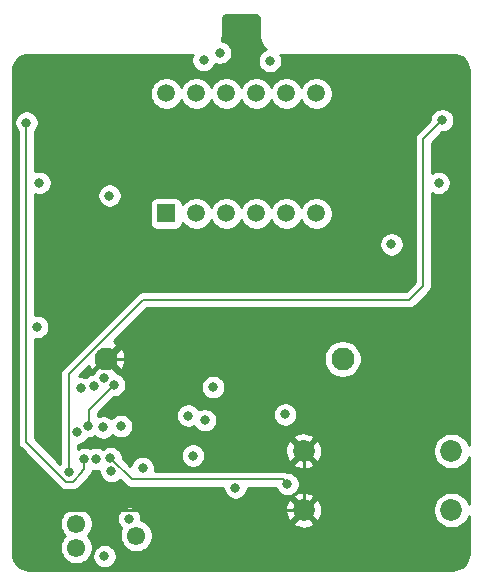
<source format=gbr>
%TF.GenerationSoftware,KiCad,Pcbnew,(5.1.10)-1*%
%TF.CreationDate,2021-11-08T18:16:21+01:00*%
%TF.ProjectId,RHT device,52485420-6465-4766-9963-652e6b696361,rev?*%
%TF.SameCoordinates,Original*%
%TF.FileFunction,Copper,L3,Inr*%
%TF.FilePolarity,Positive*%
%FSLAX46Y46*%
G04 Gerber Fmt 4.6, Leading zero omitted, Abs format (unit mm)*
G04 Created by KiCad (PCBNEW (5.1.10)-1) date 2021-11-08 18:16:21*
%MOMM*%
%LPD*%
G01*
G04 APERTURE LIST*
%TA.AperFunction,ComponentPad*%
%ADD10C,1.950000*%
%TD*%
%TA.AperFunction,ComponentPad*%
%ADD11C,1.850000*%
%TD*%
%TA.AperFunction,ComponentPad*%
%ADD12C,1.550000*%
%TD*%
%TA.AperFunction,ComponentPad*%
%ADD13C,1.500000*%
%TD*%
%TA.AperFunction,ComponentPad*%
%ADD14R,1.500000X1.500000*%
%TD*%
%TA.AperFunction,ViaPad*%
%ADD15C,0.800000*%
%TD*%
%TA.AperFunction,Conductor*%
%ADD16C,0.250000*%
%TD*%
%TA.AperFunction,Conductor*%
%ADD17C,0.200000*%
%TD*%
%TA.AperFunction,Conductor*%
%ADD18C,0.254000*%
%TD*%
%TA.AperFunction,Conductor*%
%ADD19C,0.100000*%
%TD*%
G04 APERTURE END LIST*
D10*
%TO.N,gnd*%
%TO.C,U2*%
X109370000Y-54700000D03*
%TO.N,+3V*%
X129370000Y-54700000D03*
%TD*%
D11*
%TO.N,gnd*%
%TO.C,S1*%
X126070000Y-62500000D03*
%TO.N,Net-(R11-Pad1)*%
X138570000Y-62500000D03*
%TO.N,gnd*%
X126070000Y-67500000D03*
%TO.N,Net-(R11-Pad1)*%
X138570000Y-67500000D03*
%TD*%
D12*
%TO.N,N/C*%
%TO.C,ISCP*%
X106820000Y-68649000D03*
X106820000Y-70681000D03*
X111900000Y-69665000D03*
%TD*%
D13*
%TO.N,/CC_1*%
%TO.C,U1*%
X114430000Y-32230000D03*
%TO.N,/D_a*%
X116970000Y-32230000D03*
%TO.N,/D_f*%
X119510000Y-32230000D03*
%TO.N,/CC_2*%
X122050000Y-32230000D03*
%TO.N,/CC_3*%
X124590000Y-32230000D03*
%TO.N,/D_b*%
X127130000Y-32230000D03*
%TO.N,/CC_4*%
X127130000Y-42390000D03*
%TO.N,/D_g*%
X124590000Y-42390000D03*
%TO.N,/D_c*%
X122050000Y-42390000D03*
%TO.N,/D_dp*%
X119510000Y-42390000D03*
%TO.N,/D_d*%
X116970000Y-42390000D03*
D14*
%TO.N,/D_e*%
X114430000Y-42390000D03*
%TD*%
D15*
%TO.N,gnd*%
X113600000Y-67500000D03*
X103800000Y-67000000D03*
X136200000Y-52300000D03*
X127100000Y-52400000D03*
X119000000Y-52500000D03*
X124700000Y-30100000D03*
%TO.N,+3V*%
X116700000Y-62900000D03*
X137500000Y-39800000D03*
X103700000Y-39800000D03*
X117600000Y-29400000D03*
%TO.N,/B_1*%
X112434610Y-63926954D03*
X109200000Y-71400000D03*
X117700000Y-59900000D03*
%TO.N,/D_a*%
X109800000Y-64200000D03*
%TO.N,/D_b*%
X109700000Y-63100000D03*
X124700000Y-65300000D03*
%TO.N,/D_c*%
X109626385Y-40883665D03*
X108500000Y-63200000D03*
%TO.N,/C_4*%
X118400000Y-57100000D03*
X106900000Y-60928547D03*
%TO.N,/D_dp*%
X107200000Y-57200000D03*
%TO.N,/D_g*%
X110000000Y-56900000D03*
X107800000Y-60400000D03*
%TO.N,/D_d*%
X108300000Y-57000000D03*
%TO.N,/D_e*%
X109200000Y-56300000D03*
%TO.N,/D_f*%
X109100000Y-60500000D03*
X103500000Y-52000000D03*
%TO.N,/CC_4*%
X133500000Y-45000000D03*
%TO.N,Net-(R11-Pad1)*%
X120300000Y-65600000D03*
X124500000Y-59400000D03*
%TO.N,/MCLR*%
X111300000Y-68225000D03*
X110600000Y-60400000D03*
X116300000Y-59500000D03*
%TO.N,/I2C_DATA*%
X123200000Y-29480829D03*
X102600000Y-34700000D03*
X107500000Y-63200000D03*
%TO.N,/I2C_SCK*%
X118980829Y-28780829D03*
X137800000Y-34500000D03*
X106200000Y-64300000D03*
%TD*%
D16*
%TO.N,gnd*%
X126070000Y-67500000D02*
X126070000Y-62500000D01*
X126070000Y-67500000D02*
X113600000Y-67500000D01*
X113600000Y-67500000D02*
X104300000Y-67500000D01*
X104300000Y-67500000D02*
X103800000Y-67000000D01*
X118270000Y-54700000D02*
X109370000Y-54700000D01*
X126070000Y-62500000D02*
X118270000Y-54700000D01*
X130670001Y-57899999D02*
X131100001Y-57899999D01*
X126070000Y-62500000D02*
X130670001Y-57899999D01*
X136200000Y-52800000D02*
X136200000Y-52300000D01*
X131100001Y-57899999D02*
X136200000Y-52800000D01*
X130670001Y-57899999D02*
X130670001Y-57870001D01*
X130670001Y-57870001D02*
X129400000Y-56600000D01*
X129400000Y-56600000D02*
X128300000Y-56600000D01*
X128300000Y-56600000D02*
X127100000Y-55400000D01*
X127100000Y-55400000D02*
X127100000Y-52400000D01*
X118270000Y-54700000D02*
X118270000Y-54230000D01*
X118270000Y-54230000D02*
X119000000Y-53500000D01*
X119000000Y-53500000D02*
X119000000Y-52500000D01*
X138900000Y-49600000D02*
X136200000Y-52300000D01*
X138900000Y-33900000D02*
X138900000Y-49600000D01*
X135100000Y-30100000D02*
X138900000Y-33900000D01*
X124700000Y-30100000D02*
X135100000Y-30100000D01*
D17*
%TO.N,/D_b*%
X124299999Y-64899999D02*
X124700000Y-65300000D01*
X111499999Y-64899999D02*
X124299999Y-64899999D01*
X109700000Y-63100000D02*
X111499999Y-64899999D01*
%TO.N,/D_g*%
X110000000Y-56900000D02*
X107900000Y-59000000D01*
X107900000Y-60300000D02*
X107800000Y-60400000D01*
X107900000Y-59000000D02*
X107900000Y-60300000D01*
%TO.N,/I2C_DATA*%
X107500000Y-64036002D02*
X107300000Y-64236002D01*
X107500000Y-63200000D02*
X107500000Y-64036002D01*
X107300000Y-64236002D02*
X107300000Y-64300000D01*
X107300000Y-64300000D02*
X106500000Y-65100000D01*
X102600000Y-61736002D02*
X102600000Y-34700000D01*
X105963998Y-65100000D02*
X102600000Y-61736002D01*
X106500000Y-65100000D02*
X105963998Y-65100000D01*
%TO.N,/I2C_SCK*%
X106200000Y-55982998D02*
X112482998Y-49700000D01*
X106200000Y-64300000D02*
X106200000Y-55982998D01*
X112482998Y-49700000D02*
X135000000Y-49700000D01*
X135000000Y-49700000D02*
X136200000Y-48500000D01*
X136200000Y-36100000D02*
X137800000Y-34500000D01*
X136200000Y-48500000D02*
X136200000Y-36100000D01*
%TD*%
D18*
%TO.N,gnd*%
X122055665Y-25618863D02*
X122109214Y-25635030D01*
X122158597Y-25661288D01*
X122201945Y-25696641D01*
X122237600Y-25739740D01*
X122264201Y-25788937D01*
X122280742Y-25842375D01*
X122290000Y-25930455D01*
X122290000Y-27284876D01*
X122292989Y-27315221D01*
X122292946Y-27321332D01*
X122293914Y-27331198D01*
X122314315Y-27525295D01*
X122327250Y-27588310D01*
X122339312Y-27651540D01*
X122342177Y-27661030D01*
X122399889Y-27847468D01*
X122424829Y-27906797D01*
X122448932Y-27966455D01*
X122453586Y-27975208D01*
X122546411Y-28146885D01*
X122582371Y-28200198D01*
X122617633Y-28254083D01*
X122623898Y-28261765D01*
X122748302Y-28412143D01*
X122793957Y-28457480D01*
X122838987Y-28503463D01*
X122844324Y-28507879D01*
X122709744Y-28563624D01*
X122540226Y-28676892D01*
X122396063Y-28821055D01*
X122282795Y-28990573D01*
X122204774Y-29178931D01*
X122165000Y-29378890D01*
X122165000Y-29582768D01*
X122204774Y-29782727D01*
X122282795Y-29971085D01*
X122396063Y-30140603D01*
X122540226Y-30284766D01*
X122709744Y-30398034D01*
X122898102Y-30476055D01*
X123098061Y-30515829D01*
X123301939Y-30515829D01*
X123501898Y-30476055D01*
X123690256Y-30398034D01*
X123859774Y-30284766D01*
X124003937Y-30140603D01*
X124117205Y-29971085D01*
X124195226Y-29782727D01*
X124235000Y-29582768D01*
X124235000Y-29378890D01*
X124195226Y-29178931D01*
X124117205Y-28990573D01*
X124096777Y-28960000D01*
X138715279Y-28960000D01*
X138999899Y-28987907D01*
X139240285Y-29060484D01*
X139461991Y-29178368D01*
X139656577Y-29337068D01*
X139816635Y-29530545D01*
X139936064Y-29751424D01*
X140010317Y-29991297D01*
X140040000Y-30273716D01*
X140040001Y-61972420D01*
X139952454Y-61761063D01*
X139781731Y-61505558D01*
X139564442Y-61288269D01*
X139308937Y-61117546D01*
X139025035Y-60999950D01*
X138723647Y-60940000D01*
X138416353Y-60940000D01*
X138114965Y-60999950D01*
X137831063Y-61117546D01*
X137575558Y-61288269D01*
X137358269Y-61505558D01*
X137187546Y-61761063D01*
X137069950Y-62044965D01*
X137010000Y-62346353D01*
X137010000Y-62653647D01*
X137069950Y-62955035D01*
X137187546Y-63238937D01*
X137358269Y-63494442D01*
X137575558Y-63711731D01*
X137831063Y-63882454D01*
X138114965Y-64000050D01*
X138416353Y-64060000D01*
X138723647Y-64060000D01*
X139025035Y-64000050D01*
X139308937Y-63882454D01*
X139564442Y-63711731D01*
X139781731Y-63494442D01*
X139952454Y-63238937D01*
X140040001Y-63027580D01*
X140040001Y-66972420D01*
X139952454Y-66761063D01*
X139781731Y-66505558D01*
X139564442Y-66288269D01*
X139308937Y-66117546D01*
X139025035Y-65999950D01*
X138723647Y-65940000D01*
X138416353Y-65940000D01*
X138114965Y-65999950D01*
X137831063Y-66117546D01*
X137575558Y-66288269D01*
X137358269Y-66505558D01*
X137187546Y-66761063D01*
X137069950Y-67044965D01*
X137010000Y-67346353D01*
X137010000Y-67653647D01*
X137069950Y-67955035D01*
X137187546Y-68238937D01*
X137358269Y-68494442D01*
X137575558Y-68711731D01*
X137831063Y-68882454D01*
X138114965Y-69000050D01*
X138416353Y-69060000D01*
X138723647Y-69060000D01*
X139025035Y-69000050D01*
X139308937Y-68882454D01*
X139564442Y-68711731D01*
X139781731Y-68494442D01*
X139952454Y-68238937D01*
X140040001Y-68027580D01*
X140040001Y-71215269D01*
X140012093Y-71499899D01*
X139939517Y-71740282D01*
X139821633Y-71961989D01*
X139662929Y-72156580D01*
X139469455Y-72316635D01*
X139248576Y-72436064D01*
X139008701Y-72510317D01*
X138726291Y-72540000D01*
X102784721Y-72540000D01*
X102500101Y-72512093D01*
X102259718Y-72439517D01*
X102038011Y-72321633D01*
X101843420Y-72162929D01*
X101683365Y-71969455D01*
X101563936Y-71748576D01*
X101489683Y-71508701D01*
X101460000Y-71226291D01*
X101460000Y-68510127D01*
X105410000Y-68510127D01*
X105410000Y-68787873D01*
X105464186Y-69060282D01*
X105570475Y-69316885D01*
X105724782Y-69547822D01*
X105841960Y-69665000D01*
X105724782Y-69782178D01*
X105570475Y-70013115D01*
X105464186Y-70269718D01*
X105410000Y-70542127D01*
X105410000Y-70819873D01*
X105464186Y-71092282D01*
X105570475Y-71348885D01*
X105724782Y-71579822D01*
X105921178Y-71776218D01*
X106152115Y-71930525D01*
X106408718Y-72036814D01*
X106681127Y-72091000D01*
X106958873Y-72091000D01*
X107231282Y-72036814D01*
X107487885Y-71930525D01*
X107718822Y-71776218D01*
X107915218Y-71579822D01*
X108069525Y-71348885D01*
X108090577Y-71298061D01*
X108165000Y-71298061D01*
X108165000Y-71501939D01*
X108204774Y-71701898D01*
X108282795Y-71890256D01*
X108396063Y-72059774D01*
X108540226Y-72203937D01*
X108709744Y-72317205D01*
X108898102Y-72395226D01*
X109098061Y-72435000D01*
X109301939Y-72435000D01*
X109501898Y-72395226D01*
X109690256Y-72317205D01*
X109859774Y-72203937D01*
X110003937Y-72059774D01*
X110117205Y-71890256D01*
X110195226Y-71701898D01*
X110235000Y-71501939D01*
X110235000Y-71298061D01*
X110195226Y-71098102D01*
X110117205Y-70909744D01*
X110003937Y-70740226D01*
X109859774Y-70596063D01*
X109690256Y-70482795D01*
X109501898Y-70404774D01*
X109301939Y-70365000D01*
X109098061Y-70365000D01*
X108898102Y-70404774D01*
X108709744Y-70482795D01*
X108540226Y-70596063D01*
X108396063Y-70740226D01*
X108282795Y-70909744D01*
X108204774Y-71098102D01*
X108165000Y-71298061D01*
X108090577Y-71298061D01*
X108175814Y-71092282D01*
X108230000Y-70819873D01*
X108230000Y-70542127D01*
X108175814Y-70269718D01*
X108069525Y-70013115D01*
X107915218Y-69782178D01*
X107798040Y-69665000D01*
X107915218Y-69547822D01*
X108069525Y-69316885D01*
X108175814Y-69060282D01*
X108230000Y-68787873D01*
X108230000Y-68510127D01*
X108175814Y-68237718D01*
X108128322Y-68123061D01*
X110265000Y-68123061D01*
X110265000Y-68326939D01*
X110304774Y-68526898D01*
X110382795Y-68715256D01*
X110496063Y-68884774D01*
X110638153Y-69026864D01*
X110544186Y-69253718D01*
X110490000Y-69526127D01*
X110490000Y-69803873D01*
X110544186Y-70076282D01*
X110650475Y-70332885D01*
X110804782Y-70563822D01*
X111001178Y-70760218D01*
X111232115Y-70914525D01*
X111488718Y-71020814D01*
X111761127Y-71075000D01*
X112038873Y-71075000D01*
X112311282Y-71020814D01*
X112567885Y-70914525D01*
X112798822Y-70760218D01*
X112995218Y-70563822D01*
X113149525Y-70332885D01*
X113255814Y-70076282D01*
X113310000Y-69803873D01*
X113310000Y-69526127D01*
X113255814Y-69253718D01*
X113149525Y-68997115D01*
X112995218Y-68766178D01*
X112810957Y-68581917D01*
X125167688Y-68581917D01*
X125254393Y-68838653D01*
X125531223Y-68972048D01*
X125828757Y-69048873D01*
X126135562Y-69066176D01*
X126439848Y-69023292D01*
X126729921Y-68921868D01*
X126885607Y-68838653D01*
X126972312Y-68581917D01*
X126070000Y-67679605D01*
X125167688Y-68581917D01*
X112810957Y-68581917D01*
X112798822Y-68569782D01*
X112567885Y-68415475D01*
X112335000Y-68319010D01*
X112335000Y-68123061D01*
X112295226Y-67923102D01*
X112217205Y-67734744D01*
X112104162Y-67565562D01*
X124503824Y-67565562D01*
X124546708Y-67869848D01*
X124648132Y-68159921D01*
X124731347Y-68315607D01*
X124988083Y-68402312D01*
X125890395Y-67500000D01*
X126249605Y-67500000D01*
X127151917Y-68402312D01*
X127408653Y-68315607D01*
X127542048Y-68038777D01*
X127618873Y-67741243D01*
X127636176Y-67434438D01*
X127593292Y-67130152D01*
X127491868Y-66840079D01*
X127408653Y-66684393D01*
X127151917Y-66597688D01*
X126249605Y-67500000D01*
X125890395Y-67500000D01*
X124988083Y-66597688D01*
X124731347Y-66684393D01*
X124597952Y-66961223D01*
X124521127Y-67258757D01*
X124503824Y-67565562D01*
X112104162Y-67565562D01*
X112103937Y-67565226D01*
X111959774Y-67421063D01*
X111790256Y-67307795D01*
X111601898Y-67229774D01*
X111401939Y-67190000D01*
X111198061Y-67190000D01*
X110998102Y-67229774D01*
X110809744Y-67307795D01*
X110640226Y-67421063D01*
X110496063Y-67565226D01*
X110382795Y-67734744D01*
X110304774Y-67923102D01*
X110265000Y-68123061D01*
X108128322Y-68123061D01*
X108069525Y-67981115D01*
X107915218Y-67750178D01*
X107718822Y-67553782D01*
X107487885Y-67399475D01*
X107231282Y-67293186D01*
X106958873Y-67239000D01*
X106681127Y-67239000D01*
X106408718Y-67293186D01*
X106152115Y-67399475D01*
X105921178Y-67553782D01*
X105724782Y-67750178D01*
X105570475Y-67981115D01*
X105464186Y-68237718D01*
X105410000Y-68510127D01*
X101460000Y-68510127D01*
X101460000Y-34598061D01*
X101565000Y-34598061D01*
X101565000Y-34801939D01*
X101604774Y-35001898D01*
X101682795Y-35190256D01*
X101796063Y-35359774D01*
X101865001Y-35428712D01*
X101865000Y-61699897D01*
X101861444Y-61736002D01*
X101865000Y-61772106D01*
X101875635Y-61880086D01*
X101917663Y-62018634D01*
X101985913Y-62146321D01*
X102077762Y-62258239D01*
X102105808Y-62281256D01*
X105418744Y-65594193D01*
X105441760Y-65622238D01*
X105469804Y-65645253D01*
X105553678Y-65714087D01*
X105681364Y-65782337D01*
X105819913Y-65824365D01*
X105963998Y-65838556D01*
X106000103Y-65835000D01*
X106463895Y-65835000D01*
X106500000Y-65838556D01*
X106536105Y-65835000D01*
X106644085Y-65824365D01*
X106782633Y-65782337D01*
X106910320Y-65714087D01*
X107022238Y-65622238D01*
X107045258Y-65594188D01*
X107794193Y-64845254D01*
X107822238Y-64822238D01*
X107914087Y-64710319D01*
X107970304Y-64605144D01*
X107994187Y-64581261D01*
X108022238Y-64558240D01*
X108114087Y-64446322D01*
X108182337Y-64318635D01*
X108218539Y-64199291D01*
X108398061Y-64235000D01*
X108601939Y-64235000D01*
X108765000Y-64202565D01*
X108765000Y-64301939D01*
X108804774Y-64501898D01*
X108882795Y-64690256D01*
X108996063Y-64859774D01*
X109140226Y-65003937D01*
X109309744Y-65117205D01*
X109498102Y-65195226D01*
X109698061Y-65235000D01*
X109901939Y-65235000D01*
X110101898Y-65195226D01*
X110290256Y-65117205D01*
X110459774Y-65003937D01*
X110512132Y-64951579D01*
X110954745Y-65394192D01*
X110977761Y-65422237D01*
X111089679Y-65514086D01*
X111217366Y-65582336D01*
X111313885Y-65611615D01*
X111355913Y-65624364D01*
X111499999Y-65638555D01*
X111536104Y-65634999D01*
X119265000Y-65634999D01*
X119265000Y-65701939D01*
X119304774Y-65901898D01*
X119382795Y-66090256D01*
X119496063Y-66259774D01*
X119640226Y-66403937D01*
X119809744Y-66517205D01*
X119998102Y-66595226D01*
X120198061Y-66635000D01*
X120401939Y-66635000D01*
X120601898Y-66595226D01*
X120790256Y-66517205D01*
X120959774Y-66403937D01*
X121103937Y-66259774D01*
X121217205Y-66090256D01*
X121295226Y-65901898D01*
X121335000Y-65701939D01*
X121335000Y-65634999D01*
X123718485Y-65634999D01*
X123782795Y-65790256D01*
X123896063Y-65959774D01*
X124040226Y-66103937D01*
X124209744Y-66217205D01*
X124398102Y-66295226D01*
X124598061Y-66335000D01*
X124801939Y-66335000D01*
X125001898Y-66295226D01*
X125190256Y-66217205D01*
X125248722Y-66178139D01*
X125167688Y-66418083D01*
X126070000Y-67320395D01*
X126972312Y-66418083D01*
X126885607Y-66161347D01*
X126608777Y-66027952D01*
X126311243Y-65951127D01*
X126004438Y-65933824D01*
X125700152Y-65976708D01*
X125410079Y-66078132D01*
X125351670Y-66109352D01*
X125359774Y-66103937D01*
X125503937Y-65959774D01*
X125617205Y-65790256D01*
X125695226Y-65601898D01*
X125735000Y-65401939D01*
X125735000Y-65198061D01*
X125695226Y-64998102D01*
X125617205Y-64809744D01*
X125503937Y-64640226D01*
X125359774Y-64496063D01*
X125190256Y-64382795D01*
X125001898Y-64304774D01*
X124801939Y-64265000D01*
X124671195Y-64265000D01*
X124582632Y-64217662D01*
X124444084Y-64175634D01*
X124336104Y-64164999D01*
X124299999Y-64161443D01*
X124263894Y-64164999D01*
X113442537Y-64164999D01*
X113469610Y-64028893D01*
X113469610Y-63825015D01*
X113429836Y-63625056D01*
X113351815Y-63436698D01*
X113238547Y-63267180D01*
X113094384Y-63123017D01*
X112924866Y-63009749D01*
X112736508Y-62931728D01*
X112536549Y-62891954D01*
X112332671Y-62891954D01*
X112132712Y-62931728D01*
X111944354Y-63009749D01*
X111774836Y-63123017D01*
X111630673Y-63267180D01*
X111517405Y-63436698D01*
X111439384Y-63625056D01*
X111410370Y-63770923D01*
X110735000Y-63095554D01*
X110735000Y-62998061D01*
X110695226Y-62798102D01*
X110695210Y-62798061D01*
X115665000Y-62798061D01*
X115665000Y-63001939D01*
X115704774Y-63201898D01*
X115782795Y-63390256D01*
X115896063Y-63559774D01*
X116040226Y-63703937D01*
X116209744Y-63817205D01*
X116398102Y-63895226D01*
X116598061Y-63935000D01*
X116801939Y-63935000D01*
X117001898Y-63895226D01*
X117190256Y-63817205D01*
X117359774Y-63703937D01*
X117481794Y-63581917D01*
X125167688Y-63581917D01*
X125254393Y-63838653D01*
X125531223Y-63972048D01*
X125828757Y-64048873D01*
X126135562Y-64066176D01*
X126439848Y-64023292D01*
X126729921Y-63921868D01*
X126885607Y-63838653D01*
X126972312Y-63581917D01*
X126070000Y-62679605D01*
X125167688Y-63581917D01*
X117481794Y-63581917D01*
X117503937Y-63559774D01*
X117617205Y-63390256D01*
X117695226Y-63201898D01*
X117735000Y-63001939D01*
X117735000Y-62798061D01*
X117695226Y-62598102D01*
X117681748Y-62565562D01*
X124503824Y-62565562D01*
X124546708Y-62869848D01*
X124648132Y-63159921D01*
X124731347Y-63315607D01*
X124988083Y-63402312D01*
X125890395Y-62500000D01*
X126249605Y-62500000D01*
X127151917Y-63402312D01*
X127408653Y-63315607D01*
X127542048Y-63038777D01*
X127618873Y-62741243D01*
X127636176Y-62434438D01*
X127593292Y-62130152D01*
X127491868Y-61840079D01*
X127408653Y-61684393D01*
X127151917Y-61597688D01*
X126249605Y-62500000D01*
X125890395Y-62500000D01*
X124988083Y-61597688D01*
X124731347Y-61684393D01*
X124597952Y-61961223D01*
X124521127Y-62258757D01*
X124503824Y-62565562D01*
X117681748Y-62565562D01*
X117617205Y-62409744D01*
X117503937Y-62240226D01*
X117359774Y-62096063D01*
X117190256Y-61982795D01*
X117001898Y-61904774D01*
X116801939Y-61865000D01*
X116598061Y-61865000D01*
X116398102Y-61904774D01*
X116209744Y-61982795D01*
X116040226Y-62096063D01*
X115896063Y-62240226D01*
X115782795Y-62409744D01*
X115704774Y-62598102D01*
X115665000Y-62798061D01*
X110695210Y-62798061D01*
X110617205Y-62609744D01*
X110503937Y-62440226D01*
X110359774Y-62296063D01*
X110190256Y-62182795D01*
X110001898Y-62104774D01*
X109801939Y-62065000D01*
X109598061Y-62065000D01*
X109398102Y-62104774D01*
X109209744Y-62182795D01*
X109040226Y-62296063D01*
X109028164Y-62308125D01*
X108990256Y-62282795D01*
X108801898Y-62204774D01*
X108601939Y-62165000D01*
X108398061Y-62165000D01*
X108198102Y-62204774D01*
X108009744Y-62282795D01*
X108000000Y-62289306D01*
X107990256Y-62282795D01*
X107801898Y-62204774D01*
X107601939Y-62165000D01*
X107398061Y-62165000D01*
X107198102Y-62204774D01*
X107009744Y-62282795D01*
X106935000Y-62332737D01*
X106935000Y-61963547D01*
X107001939Y-61963547D01*
X107201898Y-61923773D01*
X107390256Y-61845752D01*
X107559774Y-61732484D01*
X107703937Y-61588321D01*
X107806383Y-61435000D01*
X107901939Y-61435000D01*
X108101898Y-61395226D01*
X108290256Y-61317205D01*
X108388110Y-61251821D01*
X108440226Y-61303937D01*
X108609744Y-61417205D01*
X108798102Y-61495226D01*
X108998061Y-61535000D01*
X109201939Y-61535000D01*
X109401898Y-61495226D01*
X109590256Y-61417205D01*
X109759774Y-61303937D01*
X109900000Y-61163711D01*
X109940226Y-61203937D01*
X110109744Y-61317205D01*
X110298102Y-61395226D01*
X110498061Y-61435000D01*
X110701939Y-61435000D01*
X110786987Y-61418083D01*
X125167688Y-61418083D01*
X126070000Y-62320395D01*
X126972312Y-61418083D01*
X126885607Y-61161347D01*
X126608777Y-61027952D01*
X126311243Y-60951127D01*
X126004438Y-60933824D01*
X125700152Y-60976708D01*
X125410079Y-61078132D01*
X125254393Y-61161347D01*
X125167688Y-61418083D01*
X110786987Y-61418083D01*
X110901898Y-61395226D01*
X111090256Y-61317205D01*
X111259774Y-61203937D01*
X111403937Y-61059774D01*
X111517205Y-60890256D01*
X111595226Y-60701898D01*
X111635000Y-60501939D01*
X111635000Y-60298061D01*
X111595226Y-60098102D01*
X111517205Y-59909744D01*
X111403937Y-59740226D01*
X111259774Y-59596063D01*
X111090256Y-59482795D01*
X110901898Y-59404774D01*
X110868150Y-59398061D01*
X115265000Y-59398061D01*
X115265000Y-59601939D01*
X115304774Y-59801898D01*
X115382795Y-59990256D01*
X115496063Y-60159774D01*
X115640226Y-60303937D01*
X115809744Y-60417205D01*
X115998102Y-60495226D01*
X116198061Y-60535000D01*
X116401939Y-60535000D01*
X116601898Y-60495226D01*
X116790256Y-60417205D01*
X116797547Y-60412334D01*
X116896063Y-60559774D01*
X117040226Y-60703937D01*
X117209744Y-60817205D01*
X117398102Y-60895226D01*
X117598061Y-60935000D01*
X117801939Y-60935000D01*
X118001898Y-60895226D01*
X118190256Y-60817205D01*
X118359774Y-60703937D01*
X118503937Y-60559774D01*
X118617205Y-60390256D01*
X118695226Y-60201898D01*
X118735000Y-60001939D01*
X118735000Y-59798061D01*
X118695226Y-59598102D01*
X118617205Y-59409744D01*
X118542582Y-59298061D01*
X123465000Y-59298061D01*
X123465000Y-59501939D01*
X123504774Y-59701898D01*
X123582795Y-59890256D01*
X123696063Y-60059774D01*
X123840226Y-60203937D01*
X124009744Y-60317205D01*
X124198102Y-60395226D01*
X124398061Y-60435000D01*
X124601939Y-60435000D01*
X124801898Y-60395226D01*
X124990256Y-60317205D01*
X125159774Y-60203937D01*
X125303937Y-60059774D01*
X125417205Y-59890256D01*
X125495226Y-59701898D01*
X125535000Y-59501939D01*
X125535000Y-59298061D01*
X125495226Y-59098102D01*
X125417205Y-58909744D01*
X125303937Y-58740226D01*
X125159774Y-58596063D01*
X124990256Y-58482795D01*
X124801898Y-58404774D01*
X124601939Y-58365000D01*
X124398061Y-58365000D01*
X124198102Y-58404774D01*
X124009744Y-58482795D01*
X123840226Y-58596063D01*
X123696063Y-58740226D01*
X123582795Y-58909744D01*
X123504774Y-59098102D01*
X123465000Y-59298061D01*
X118542582Y-59298061D01*
X118503937Y-59240226D01*
X118359774Y-59096063D01*
X118190256Y-58982795D01*
X118001898Y-58904774D01*
X117801939Y-58865000D01*
X117598061Y-58865000D01*
X117398102Y-58904774D01*
X117209744Y-58982795D01*
X117202453Y-58987666D01*
X117103937Y-58840226D01*
X116959774Y-58696063D01*
X116790256Y-58582795D01*
X116601898Y-58504774D01*
X116401939Y-58465000D01*
X116198061Y-58465000D01*
X115998102Y-58504774D01*
X115809744Y-58582795D01*
X115640226Y-58696063D01*
X115496063Y-58840226D01*
X115382795Y-59009744D01*
X115304774Y-59198102D01*
X115265000Y-59398061D01*
X110868150Y-59398061D01*
X110701939Y-59365000D01*
X110498061Y-59365000D01*
X110298102Y-59404774D01*
X110109744Y-59482795D01*
X109940226Y-59596063D01*
X109800000Y-59736289D01*
X109759774Y-59696063D01*
X109590256Y-59582795D01*
X109401898Y-59504774D01*
X109201939Y-59465000D01*
X108998061Y-59465000D01*
X108798102Y-59504774D01*
X108635000Y-59572334D01*
X108635000Y-59304446D01*
X110004447Y-57935000D01*
X110101939Y-57935000D01*
X110301898Y-57895226D01*
X110490256Y-57817205D01*
X110659774Y-57703937D01*
X110803937Y-57559774D01*
X110917205Y-57390256D01*
X110995226Y-57201898D01*
X111035000Y-57001939D01*
X111035000Y-56998061D01*
X117365000Y-56998061D01*
X117365000Y-57201939D01*
X117404774Y-57401898D01*
X117482795Y-57590256D01*
X117596063Y-57759774D01*
X117740226Y-57903937D01*
X117909744Y-58017205D01*
X118098102Y-58095226D01*
X118298061Y-58135000D01*
X118501939Y-58135000D01*
X118701898Y-58095226D01*
X118890256Y-58017205D01*
X119059774Y-57903937D01*
X119203937Y-57759774D01*
X119317205Y-57590256D01*
X119395226Y-57401898D01*
X119435000Y-57201939D01*
X119435000Y-56998061D01*
X119395226Y-56798102D01*
X119317205Y-56609744D01*
X119203937Y-56440226D01*
X119059774Y-56296063D01*
X118890256Y-56182795D01*
X118701898Y-56104774D01*
X118501939Y-56065000D01*
X118298061Y-56065000D01*
X118098102Y-56104774D01*
X117909744Y-56182795D01*
X117740226Y-56296063D01*
X117596063Y-56440226D01*
X117482795Y-56609744D01*
X117404774Y-56798102D01*
X117365000Y-56998061D01*
X111035000Y-56998061D01*
X111035000Y-56798061D01*
X110995226Y-56598102D01*
X110917205Y-56409744D01*
X110803937Y-56240226D01*
X110659774Y-56096063D01*
X110490256Y-55982795D01*
X110301898Y-55904774D01*
X110278729Y-55900165D01*
X110307979Y-55817584D01*
X109370000Y-54879605D01*
X108956434Y-55293171D01*
X108898102Y-55304774D01*
X108709744Y-55382795D01*
X108540226Y-55496063D01*
X108396063Y-55640226D01*
X108282795Y-55809744D01*
X108218485Y-55965000D01*
X108198061Y-55965000D01*
X107998102Y-56004774D01*
X107809744Y-56082795D01*
X107640226Y-56196063D01*
X107593551Y-56242738D01*
X107501898Y-56204774D01*
X107301939Y-56165000D01*
X107098061Y-56165000D01*
X107047359Y-56175085D01*
X107886484Y-55335961D01*
X107900844Y-55377367D01*
X107990571Y-55545234D01*
X108252416Y-55637979D01*
X109190395Y-54700000D01*
X109549605Y-54700000D01*
X110487584Y-55637979D01*
X110749429Y-55545234D01*
X110887820Y-55259880D01*
X110967883Y-54953010D01*
X110986540Y-54636416D01*
X110973398Y-54541429D01*
X127760000Y-54541429D01*
X127760000Y-54858571D01*
X127821871Y-55169620D01*
X127943237Y-55462621D01*
X128119431Y-55726315D01*
X128343685Y-55950569D01*
X128607379Y-56126763D01*
X128900380Y-56248129D01*
X129211429Y-56310000D01*
X129528571Y-56310000D01*
X129839620Y-56248129D01*
X130132621Y-56126763D01*
X130396315Y-55950569D01*
X130620569Y-55726315D01*
X130796763Y-55462621D01*
X130918129Y-55169620D01*
X130980000Y-54858571D01*
X130980000Y-54541429D01*
X130918129Y-54230380D01*
X130796763Y-53937379D01*
X130620569Y-53673685D01*
X130396315Y-53449431D01*
X130132621Y-53273237D01*
X129839620Y-53151871D01*
X129528571Y-53090000D01*
X129211429Y-53090000D01*
X128900380Y-53151871D01*
X128607379Y-53273237D01*
X128343685Y-53449431D01*
X128119431Y-53673685D01*
X127943237Y-53937379D01*
X127821871Y-54230380D01*
X127760000Y-54541429D01*
X110973398Y-54541429D01*
X110943074Y-54322267D01*
X110839156Y-54022633D01*
X110749429Y-53854766D01*
X110487584Y-53762021D01*
X109549605Y-54700000D01*
X109190395Y-54700000D01*
X109176253Y-54685858D01*
X109355858Y-54506253D01*
X109370000Y-54520395D01*
X110307979Y-53582416D01*
X110215234Y-53320571D01*
X110004214Y-53218231D01*
X112787445Y-50435000D01*
X134963895Y-50435000D01*
X135000000Y-50438556D01*
X135036105Y-50435000D01*
X135144085Y-50424365D01*
X135282633Y-50382337D01*
X135410320Y-50314087D01*
X135522238Y-50222238D01*
X135545258Y-50194188D01*
X136694197Y-49045250D01*
X136722237Y-49022238D01*
X136745250Y-48994197D01*
X136745253Y-48994194D01*
X136814086Y-48910321D01*
X136814087Y-48910320D01*
X136882337Y-48782633D01*
X136924365Y-48644085D01*
X136935000Y-48536105D01*
X136935000Y-48536096D01*
X136938555Y-48500001D01*
X136935000Y-48463906D01*
X136935000Y-40667263D01*
X137009744Y-40717205D01*
X137198102Y-40795226D01*
X137398061Y-40835000D01*
X137601939Y-40835000D01*
X137801898Y-40795226D01*
X137990256Y-40717205D01*
X138159774Y-40603937D01*
X138303937Y-40459774D01*
X138417205Y-40290256D01*
X138495226Y-40101898D01*
X138535000Y-39901939D01*
X138535000Y-39698061D01*
X138495226Y-39498102D01*
X138417205Y-39309744D01*
X138303937Y-39140226D01*
X138159774Y-38996063D01*
X137990256Y-38882795D01*
X137801898Y-38804774D01*
X137601939Y-38765000D01*
X137398061Y-38765000D01*
X137198102Y-38804774D01*
X137009744Y-38882795D01*
X136935000Y-38932737D01*
X136935000Y-36404446D01*
X137804447Y-35535000D01*
X137901939Y-35535000D01*
X138101898Y-35495226D01*
X138290256Y-35417205D01*
X138459774Y-35303937D01*
X138603937Y-35159774D01*
X138717205Y-34990256D01*
X138795226Y-34801898D01*
X138835000Y-34601939D01*
X138835000Y-34398061D01*
X138795226Y-34198102D01*
X138717205Y-34009744D01*
X138603937Y-33840226D01*
X138459774Y-33696063D01*
X138290256Y-33582795D01*
X138101898Y-33504774D01*
X137901939Y-33465000D01*
X137698061Y-33465000D01*
X137498102Y-33504774D01*
X137309744Y-33582795D01*
X137140226Y-33696063D01*
X136996063Y-33840226D01*
X136882795Y-34009744D01*
X136804774Y-34198102D01*
X136765000Y-34398061D01*
X136765000Y-34495553D01*
X135705808Y-35554746D01*
X135677763Y-35577762D01*
X135585914Y-35689680D01*
X135582950Y-35695226D01*
X135517664Y-35817367D01*
X135475635Y-35955915D01*
X135461444Y-36100000D01*
X135465001Y-36136115D01*
X135465000Y-48195553D01*
X134695554Y-48965000D01*
X112519103Y-48965000D01*
X112482998Y-48961444D01*
X112338912Y-48975635D01*
X112296884Y-48988384D01*
X112200365Y-49017663D01*
X112072678Y-49085913D01*
X111960760Y-49177762D01*
X111937744Y-49205807D01*
X105705808Y-55437744D01*
X105677763Y-55460760D01*
X105585914Y-55572678D01*
X105551010Y-55637979D01*
X105517664Y-55700365D01*
X105475635Y-55838913D01*
X105461444Y-55982998D01*
X105465001Y-56019113D01*
X105465000Y-63561555D01*
X103335000Y-61431556D01*
X103335000Y-53022456D01*
X103398061Y-53035000D01*
X103601939Y-53035000D01*
X103801898Y-52995226D01*
X103990256Y-52917205D01*
X104159774Y-52803937D01*
X104303937Y-52659774D01*
X104417205Y-52490256D01*
X104495226Y-52301898D01*
X104535000Y-52101939D01*
X104535000Y-51898061D01*
X104495226Y-51698102D01*
X104417205Y-51509744D01*
X104303937Y-51340226D01*
X104159774Y-51196063D01*
X103990256Y-51082795D01*
X103801898Y-51004774D01*
X103601939Y-50965000D01*
X103398061Y-50965000D01*
X103335000Y-50977544D01*
X103335000Y-44898061D01*
X132465000Y-44898061D01*
X132465000Y-45101939D01*
X132504774Y-45301898D01*
X132582795Y-45490256D01*
X132696063Y-45659774D01*
X132840226Y-45803937D01*
X133009744Y-45917205D01*
X133198102Y-45995226D01*
X133398061Y-46035000D01*
X133601939Y-46035000D01*
X133801898Y-45995226D01*
X133990256Y-45917205D01*
X134159774Y-45803937D01*
X134303937Y-45659774D01*
X134417205Y-45490256D01*
X134495226Y-45301898D01*
X134535000Y-45101939D01*
X134535000Y-44898061D01*
X134495226Y-44698102D01*
X134417205Y-44509744D01*
X134303937Y-44340226D01*
X134159774Y-44196063D01*
X133990256Y-44082795D01*
X133801898Y-44004774D01*
X133601939Y-43965000D01*
X133398061Y-43965000D01*
X133198102Y-44004774D01*
X133009744Y-44082795D01*
X132840226Y-44196063D01*
X132696063Y-44340226D01*
X132582795Y-44509744D01*
X132504774Y-44698102D01*
X132465000Y-44898061D01*
X103335000Y-44898061D01*
X103335000Y-40769088D01*
X103398102Y-40795226D01*
X103598061Y-40835000D01*
X103801939Y-40835000D01*
X104001898Y-40795226D01*
X104034489Y-40781726D01*
X108591385Y-40781726D01*
X108591385Y-40985604D01*
X108631159Y-41185563D01*
X108709180Y-41373921D01*
X108822448Y-41543439D01*
X108966611Y-41687602D01*
X109136129Y-41800870D01*
X109324487Y-41878891D01*
X109524446Y-41918665D01*
X109728324Y-41918665D01*
X109928283Y-41878891D01*
X110116641Y-41800870D01*
X110286159Y-41687602D01*
X110333761Y-41640000D01*
X113041928Y-41640000D01*
X113041928Y-43140000D01*
X113054188Y-43264482D01*
X113090498Y-43384180D01*
X113149463Y-43494494D01*
X113228815Y-43591185D01*
X113325506Y-43670537D01*
X113435820Y-43729502D01*
X113555518Y-43765812D01*
X113680000Y-43778072D01*
X115180000Y-43778072D01*
X115304482Y-43765812D01*
X115424180Y-43729502D01*
X115534494Y-43670537D01*
X115631185Y-43591185D01*
X115710537Y-43494494D01*
X115769502Y-43384180D01*
X115805812Y-43264482D01*
X115816445Y-43156517D01*
X115894201Y-43272886D01*
X116087114Y-43465799D01*
X116313957Y-43617371D01*
X116566011Y-43721775D01*
X116833589Y-43775000D01*
X117106411Y-43775000D01*
X117373989Y-43721775D01*
X117626043Y-43617371D01*
X117852886Y-43465799D01*
X118045799Y-43272886D01*
X118197371Y-43046043D01*
X118240000Y-42943127D01*
X118282629Y-43046043D01*
X118434201Y-43272886D01*
X118627114Y-43465799D01*
X118853957Y-43617371D01*
X119106011Y-43721775D01*
X119373589Y-43775000D01*
X119646411Y-43775000D01*
X119913989Y-43721775D01*
X120166043Y-43617371D01*
X120392886Y-43465799D01*
X120585799Y-43272886D01*
X120737371Y-43046043D01*
X120780000Y-42943127D01*
X120822629Y-43046043D01*
X120974201Y-43272886D01*
X121167114Y-43465799D01*
X121393957Y-43617371D01*
X121646011Y-43721775D01*
X121913589Y-43775000D01*
X122186411Y-43775000D01*
X122453989Y-43721775D01*
X122706043Y-43617371D01*
X122932886Y-43465799D01*
X123125799Y-43272886D01*
X123277371Y-43046043D01*
X123320000Y-42943127D01*
X123362629Y-43046043D01*
X123514201Y-43272886D01*
X123707114Y-43465799D01*
X123933957Y-43617371D01*
X124186011Y-43721775D01*
X124453589Y-43775000D01*
X124726411Y-43775000D01*
X124993989Y-43721775D01*
X125246043Y-43617371D01*
X125472886Y-43465799D01*
X125665799Y-43272886D01*
X125817371Y-43046043D01*
X125860000Y-42943127D01*
X125902629Y-43046043D01*
X126054201Y-43272886D01*
X126247114Y-43465799D01*
X126473957Y-43617371D01*
X126726011Y-43721775D01*
X126993589Y-43775000D01*
X127266411Y-43775000D01*
X127533989Y-43721775D01*
X127786043Y-43617371D01*
X128012886Y-43465799D01*
X128205799Y-43272886D01*
X128357371Y-43046043D01*
X128461775Y-42793989D01*
X128515000Y-42526411D01*
X128515000Y-42253589D01*
X128461775Y-41986011D01*
X128357371Y-41733957D01*
X128205799Y-41507114D01*
X128012886Y-41314201D01*
X127786043Y-41162629D01*
X127533989Y-41058225D01*
X127266411Y-41005000D01*
X126993589Y-41005000D01*
X126726011Y-41058225D01*
X126473957Y-41162629D01*
X126247114Y-41314201D01*
X126054201Y-41507114D01*
X125902629Y-41733957D01*
X125860000Y-41836873D01*
X125817371Y-41733957D01*
X125665799Y-41507114D01*
X125472886Y-41314201D01*
X125246043Y-41162629D01*
X124993989Y-41058225D01*
X124726411Y-41005000D01*
X124453589Y-41005000D01*
X124186011Y-41058225D01*
X123933957Y-41162629D01*
X123707114Y-41314201D01*
X123514201Y-41507114D01*
X123362629Y-41733957D01*
X123320000Y-41836873D01*
X123277371Y-41733957D01*
X123125799Y-41507114D01*
X122932886Y-41314201D01*
X122706043Y-41162629D01*
X122453989Y-41058225D01*
X122186411Y-41005000D01*
X121913589Y-41005000D01*
X121646011Y-41058225D01*
X121393957Y-41162629D01*
X121167114Y-41314201D01*
X120974201Y-41507114D01*
X120822629Y-41733957D01*
X120780000Y-41836873D01*
X120737371Y-41733957D01*
X120585799Y-41507114D01*
X120392886Y-41314201D01*
X120166043Y-41162629D01*
X119913989Y-41058225D01*
X119646411Y-41005000D01*
X119373589Y-41005000D01*
X119106011Y-41058225D01*
X118853957Y-41162629D01*
X118627114Y-41314201D01*
X118434201Y-41507114D01*
X118282629Y-41733957D01*
X118240000Y-41836873D01*
X118197371Y-41733957D01*
X118045799Y-41507114D01*
X117852886Y-41314201D01*
X117626043Y-41162629D01*
X117373989Y-41058225D01*
X117106411Y-41005000D01*
X116833589Y-41005000D01*
X116566011Y-41058225D01*
X116313957Y-41162629D01*
X116087114Y-41314201D01*
X115894201Y-41507114D01*
X115816445Y-41623483D01*
X115805812Y-41515518D01*
X115769502Y-41395820D01*
X115710537Y-41285506D01*
X115631185Y-41188815D01*
X115534494Y-41109463D01*
X115424180Y-41050498D01*
X115304482Y-41014188D01*
X115180000Y-41001928D01*
X113680000Y-41001928D01*
X113555518Y-41014188D01*
X113435820Y-41050498D01*
X113325506Y-41109463D01*
X113228815Y-41188815D01*
X113149463Y-41285506D01*
X113090498Y-41395820D01*
X113054188Y-41515518D01*
X113041928Y-41640000D01*
X110333761Y-41640000D01*
X110430322Y-41543439D01*
X110543590Y-41373921D01*
X110621611Y-41185563D01*
X110661385Y-40985604D01*
X110661385Y-40781726D01*
X110621611Y-40581767D01*
X110543590Y-40393409D01*
X110430322Y-40223891D01*
X110286159Y-40079728D01*
X110116641Y-39966460D01*
X109928283Y-39888439D01*
X109728324Y-39848665D01*
X109524446Y-39848665D01*
X109324487Y-39888439D01*
X109136129Y-39966460D01*
X108966611Y-40079728D01*
X108822448Y-40223891D01*
X108709180Y-40393409D01*
X108631159Y-40581767D01*
X108591385Y-40781726D01*
X104034489Y-40781726D01*
X104190256Y-40717205D01*
X104359774Y-40603937D01*
X104503937Y-40459774D01*
X104617205Y-40290256D01*
X104695226Y-40101898D01*
X104735000Y-39901939D01*
X104735000Y-39698061D01*
X104695226Y-39498102D01*
X104617205Y-39309744D01*
X104503937Y-39140226D01*
X104359774Y-38996063D01*
X104190256Y-38882795D01*
X104001898Y-38804774D01*
X103801939Y-38765000D01*
X103598061Y-38765000D01*
X103398102Y-38804774D01*
X103335000Y-38830912D01*
X103335000Y-35428711D01*
X103403937Y-35359774D01*
X103517205Y-35190256D01*
X103595226Y-35001898D01*
X103635000Y-34801939D01*
X103635000Y-34598061D01*
X103595226Y-34398102D01*
X103517205Y-34209744D01*
X103403937Y-34040226D01*
X103259774Y-33896063D01*
X103090256Y-33782795D01*
X102901898Y-33704774D01*
X102701939Y-33665000D01*
X102498061Y-33665000D01*
X102298102Y-33704774D01*
X102109744Y-33782795D01*
X101940226Y-33896063D01*
X101796063Y-34040226D01*
X101682795Y-34209744D01*
X101604774Y-34398102D01*
X101565000Y-34598061D01*
X101460000Y-34598061D01*
X101460000Y-32093589D01*
X113045000Y-32093589D01*
X113045000Y-32366411D01*
X113098225Y-32633989D01*
X113202629Y-32886043D01*
X113354201Y-33112886D01*
X113547114Y-33305799D01*
X113773957Y-33457371D01*
X114026011Y-33561775D01*
X114293589Y-33615000D01*
X114566411Y-33615000D01*
X114833989Y-33561775D01*
X115086043Y-33457371D01*
X115312886Y-33305799D01*
X115505799Y-33112886D01*
X115657371Y-32886043D01*
X115700000Y-32783127D01*
X115742629Y-32886043D01*
X115894201Y-33112886D01*
X116087114Y-33305799D01*
X116313957Y-33457371D01*
X116566011Y-33561775D01*
X116833589Y-33615000D01*
X117106411Y-33615000D01*
X117373989Y-33561775D01*
X117626043Y-33457371D01*
X117852886Y-33305799D01*
X118045799Y-33112886D01*
X118197371Y-32886043D01*
X118240000Y-32783127D01*
X118282629Y-32886043D01*
X118434201Y-33112886D01*
X118627114Y-33305799D01*
X118853957Y-33457371D01*
X119106011Y-33561775D01*
X119373589Y-33615000D01*
X119646411Y-33615000D01*
X119913989Y-33561775D01*
X120166043Y-33457371D01*
X120392886Y-33305799D01*
X120585799Y-33112886D01*
X120737371Y-32886043D01*
X120780000Y-32783127D01*
X120822629Y-32886043D01*
X120974201Y-33112886D01*
X121167114Y-33305799D01*
X121393957Y-33457371D01*
X121646011Y-33561775D01*
X121913589Y-33615000D01*
X122186411Y-33615000D01*
X122453989Y-33561775D01*
X122706043Y-33457371D01*
X122932886Y-33305799D01*
X123125799Y-33112886D01*
X123277371Y-32886043D01*
X123320000Y-32783127D01*
X123362629Y-32886043D01*
X123514201Y-33112886D01*
X123707114Y-33305799D01*
X123933957Y-33457371D01*
X124186011Y-33561775D01*
X124453589Y-33615000D01*
X124726411Y-33615000D01*
X124993989Y-33561775D01*
X125246043Y-33457371D01*
X125472886Y-33305799D01*
X125665799Y-33112886D01*
X125817371Y-32886043D01*
X125860000Y-32783127D01*
X125902629Y-32886043D01*
X126054201Y-33112886D01*
X126247114Y-33305799D01*
X126473957Y-33457371D01*
X126726011Y-33561775D01*
X126993589Y-33615000D01*
X127266411Y-33615000D01*
X127533989Y-33561775D01*
X127786043Y-33457371D01*
X128012886Y-33305799D01*
X128205799Y-33112886D01*
X128357371Y-32886043D01*
X128461775Y-32633989D01*
X128515000Y-32366411D01*
X128515000Y-32093589D01*
X128461775Y-31826011D01*
X128357371Y-31573957D01*
X128205799Y-31347114D01*
X128012886Y-31154201D01*
X127786043Y-31002629D01*
X127533989Y-30898225D01*
X127266411Y-30845000D01*
X126993589Y-30845000D01*
X126726011Y-30898225D01*
X126473957Y-31002629D01*
X126247114Y-31154201D01*
X126054201Y-31347114D01*
X125902629Y-31573957D01*
X125860000Y-31676873D01*
X125817371Y-31573957D01*
X125665799Y-31347114D01*
X125472886Y-31154201D01*
X125246043Y-31002629D01*
X124993989Y-30898225D01*
X124726411Y-30845000D01*
X124453589Y-30845000D01*
X124186011Y-30898225D01*
X123933957Y-31002629D01*
X123707114Y-31154201D01*
X123514201Y-31347114D01*
X123362629Y-31573957D01*
X123320000Y-31676873D01*
X123277371Y-31573957D01*
X123125799Y-31347114D01*
X122932886Y-31154201D01*
X122706043Y-31002629D01*
X122453989Y-30898225D01*
X122186411Y-30845000D01*
X121913589Y-30845000D01*
X121646011Y-30898225D01*
X121393957Y-31002629D01*
X121167114Y-31154201D01*
X120974201Y-31347114D01*
X120822629Y-31573957D01*
X120780000Y-31676873D01*
X120737371Y-31573957D01*
X120585799Y-31347114D01*
X120392886Y-31154201D01*
X120166043Y-31002629D01*
X119913989Y-30898225D01*
X119646411Y-30845000D01*
X119373589Y-30845000D01*
X119106011Y-30898225D01*
X118853957Y-31002629D01*
X118627114Y-31154201D01*
X118434201Y-31347114D01*
X118282629Y-31573957D01*
X118240000Y-31676873D01*
X118197371Y-31573957D01*
X118045799Y-31347114D01*
X117852886Y-31154201D01*
X117626043Y-31002629D01*
X117373989Y-30898225D01*
X117106411Y-30845000D01*
X116833589Y-30845000D01*
X116566011Y-30898225D01*
X116313957Y-31002629D01*
X116087114Y-31154201D01*
X115894201Y-31347114D01*
X115742629Y-31573957D01*
X115700000Y-31676873D01*
X115657371Y-31573957D01*
X115505799Y-31347114D01*
X115312886Y-31154201D01*
X115086043Y-31002629D01*
X114833989Y-30898225D01*
X114566411Y-30845000D01*
X114293589Y-30845000D01*
X114026011Y-30898225D01*
X113773957Y-31002629D01*
X113547114Y-31154201D01*
X113354201Y-31347114D01*
X113202629Y-31573957D01*
X113098225Y-31826011D01*
X113045000Y-32093589D01*
X101460000Y-32093589D01*
X101460000Y-30284721D01*
X101487907Y-30000101D01*
X101560484Y-29759715D01*
X101678368Y-29538009D01*
X101837068Y-29343423D01*
X102030545Y-29183365D01*
X102251424Y-29063936D01*
X102491297Y-28989683D01*
X102773716Y-28960000D01*
X116661978Y-28960000D01*
X116604774Y-29098102D01*
X116565000Y-29298061D01*
X116565000Y-29501939D01*
X116604774Y-29701898D01*
X116682795Y-29890256D01*
X116796063Y-30059774D01*
X116940226Y-30203937D01*
X117109744Y-30317205D01*
X117298102Y-30395226D01*
X117498061Y-30435000D01*
X117701939Y-30435000D01*
X117901898Y-30395226D01*
X118090256Y-30317205D01*
X118259774Y-30203937D01*
X118403937Y-30059774D01*
X118517205Y-29890256D01*
X118581266Y-29735600D01*
X118678931Y-29776055D01*
X118878890Y-29815829D01*
X119082768Y-29815829D01*
X119282727Y-29776055D01*
X119471085Y-29698034D01*
X119640603Y-29584766D01*
X119784766Y-29440603D01*
X119898034Y-29271085D01*
X119976055Y-29082727D01*
X120015829Y-28882768D01*
X120015829Y-28678890D01*
X119976055Y-28478931D01*
X119898034Y-28290573D01*
X119784766Y-28121055D01*
X119640603Y-27976892D01*
X119471085Y-27863624D01*
X119282727Y-27785603D01*
X119128789Y-27754983D01*
X119160652Y-27649446D01*
X119173152Y-27586316D01*
X119186530Y-27523377D01*
X119187566Y-27513519D01*
X119206611Y-27319285D01*
X119210000Y-27284877D01*
X119210000Y-25934722D01*
X119218863Y-25844335D01*
X119235030Y-25790786D01*
X119261288Y-25741403D01*
X119296641Y-25698055D01*
X119339740Y-25662400D01*
X119388937Y-25635799D01*
X119442375Y-25619258D01*
X119530455Y-25610000D01*
X121965278Y-25610000D01*
X122055665Y-25618863D01*
%TA.AperFunction,Conductor*%
D19*
G36*
X122055665Y-25618863D02*
G01*
X122109214Y-25635030D01*
X122158597Y-25661288D01*
X122201945Y-25696641D01*
X122237600Y-25739740D01*
X122264201Y-25788937D01*
X122280742Y-25842375D01*
X122290000Y-25930455D01*
X122290000Y-27284876D01*
X122292989Y-27315221D01*
X122292946Y-27321332D01*
X122293914Y-27331198D01*
X122314315Y-27525295D01*
X122327250Y-27588310D01*
X122339312Y-27651540D01*
X122342177Y-27661030D01*
X122399889Y-27847468D01*
X122424829Y-27906797D01*
X122448932Y-27966455D01*
X122453586Y-27975208D01*
X122546411Y-28146885D01*
X122582371Y-28200198D01*
X122617633Y-28254083D01*
X122623898Y-28261765D01*
X122748302Y-28412143D01*
X122793957Y-28457480D01*
X122838987Y-28503463D01*
X122844324Y-28507879D01*
X122709744Y-28563624D01*
X122540226Y-28676892D01*
X122396063Y-28821055D01*
X122282795Y-28990573D01*
X122204774Y-29178931D01*
X122165000Y-29378890D01*
X122165000Y-29582768D01*
X122204774Y-29782727D01*
X122282795Y-29971085D01*
X122396063Y-30140603D01*
X122540226Y-30284766D01*
X122709744Y-30398034D01*
X122898102Y-30476055D01*
X123098061Y-30515829D01*
X123301939Y-30515829D01*
X123501898Y-30476055D01*
X123690256Y-30398034D01*
X123859774Y-30284766D01*
X124003937Y-30140603D01*
X124117205Y-29971085D01*
X124195226Y-29782727D01*
X124235000Y-29582768D01*
X124235000Y-29378890D01*
X124195226Y-29178931D01*
X124117205Y-28990573D01*
X124096777Y-28960000D01*
X138715279Y-28960000D01*
X138999899Y-28987907D01*
X139240285Y-29060484D01*
X139461991Y-29178368D01*
X139656577Y-29337068D01*
X139816635Y-29530545D01*
X139936064Y-29751424D01*
X140010317Y-29991297D01*
X140040000Y-30273716D01*
X140040001Y-61972420D01*
X139952454Y-61761063D01*
X139781731Y-61505558D01*
X139564442Y-61288269D01*
X139308937Y-61117546D01*
X139025035Y-60999950D01*
X138723647Y-60940000D01*
X138416353Y-60940000D01*
X138114965Y-60999950D01*
X137831063Y-61117546D01*
X137575558Y-61288269D01*
X137358269Y-61505558D01*
X137187546Y-61761063D01*
X137069950Y-62044965D01*
X137010000Y-62346353D01*
X137010000Y-62653647D01*
X137069950Y-62955035D01*
X137187546Y-63238937D01*
X137358269Y-63494442D01*
X137575558Y-63711731D01*
X137831063Y-63882454D01*
X138114965Y-64000050D01*
X138416353Y-64060000D01*
X138723647Y-64060000D01*
X139025035Y-64000050D01*
X139308937Y-63882454D01*
X139564442Y-63711731D01*
X139781731Y-63494442D01*
X139952454Y-63238937D01*
X140040001Y-63027580D01*
X140040001Y-66972420D01*
X139952454Y-66761063D01*
X139781731Y-66505558D01*
X139564442Y-66288269D01*
X139308937Y-66117546D01*
X139025035Y-65999950D01*
X138723647Y-65940000D01*
X138416353Y-65940000D01*
X138114965Y-65999950D01*
X137831063Y-66117546D01*
X137575558Y-66288269D01*
X137358269Y-66505558D01*
X137187546Y-66761063D01*
X137069950Y-67044965D01*
X137010000Y-67346353D01*
X137010000Y-67653647D01*
X137069950Y-67955035D01*
X137187546Y-68238937D01*
X137358269Y-68494442D01*
X137575558Y-68711731D01*
X137831063Y-68882454D01*
X138114965Y-69000050D01*
X138416353Y-69060000D01*
X138723647Y-69060000D01*
X139025035Y-69000050D01*
X139308937Y-68882454D01*
X139564442Y-68711731D01*
X139781731Y-68494442D01*
X139952454Y-68238937D01*
X140040001Y-68027580D01*
X140040001Y-71215269D01*
X140012093Y-71499899D01*
X139939517Y-71740282D01*
X139821633Y-71961989D01*
X139662929Y-72156580D01*
X139469455Y-72316635D01*
X139248576Y-72436064D01*
X139008701Y-72510317D01*
X138726291Y-72540000D01*
X102784721Y-72540000D01*
X102500101Y-72512093D01*
X102259718Y-72439517D01*
X102038011Y-72321633D01*
X101843420Y-72162929D01*
X101683365Y-71969455D01*
X101563936Y-71748576D01*
X101489683Y-71508701D01*
X101460000Y-71226291D01*
X101460000Y-68510127D01*
X105410000Y-68510127D01*
X105410000Y-68787873D01*
X105464186Y-69060282D01*
X105570475Y-69316885D01*
X105724782Y-69547822D01*
X105841960Y-69665000D01*
X105724782Y-69782178D01*
X105570475Y-70013115D01*
X105464186Y-70269718D01*
X105410000Y-70542127D01*
X105410000Y-70819873D01*
X105464186Y-71092282D01*
X105570475Y-71348885D01*
X105724782Y-71579822D01*
X105921178Y-71776218D01*
X106152115Y-71930525D01*
X106408718Y-72036814D01*
X106681127Y-72091000D01*
X106958873Y-72091000D01*
X107231282Y-72036814D01*
X107487885Y-71930525D01*
X107718822Y-71776218D01*
X107915218Y-71579822D01*
X108069525Y-71348885D01*
X108090577Y-71298061D01*
X108165000Y-71298061D01*
X108165000Y-71501939D01*
X108204774Y-71701898D01*
X108282795Y-71890256D01*
X108396063Y-72059774D01*
X108540226Y-72203937D01*
X108709744Y-72317205D01*
X108898102Y-72395226D01*
X109098061Y-72435000D01*
X109301939Y-72435000D01*
X109501898Y-72395226D01*
X109690256Y-72317205D01*
X109859774Y-72203937D01*
X110003937Y-72059774D01*
X110117205Y-71890256D01*
X110195226Y-71701898D01*
X110235000Y-71501939D01*
X110235000Y-71298061D01*
X110195226Y-71098102D01*
X110117205Y-70909744D01*
X110003937Y-70740226D01*
X109859774Y-70596063D01*
X109690256Y-70482795D01*
X109501898Y-70404774D01*
X109301939Y-70365000D01*
X109098061Y-70365000D01*
X108898102Y-70404774D01*
X108709744Y-70482795D01*
X108540226Y-70596063D01*
X108396063Y-70740226D01*
X108282795Y-70909744D01*
X108204774Y-71098102D01*
X108165000Y-71298061D01*
X108090577Y-71298061D01*
X108175814Y-71092282D01*
X108230000Y-70819873D01*
X108230000Y-70542127D01*
X108175814Y-70269718D01*
X108069525Y-70013115D01*
X107915218Y-69782178D01*
X107798040Y-69665000D01*
X107915218Y-69547822D01*
X108069525Y-69316885D01*
X108175814Y-69060282D01*
X108230000Y-68787873D01*
X108230000Y-68510127D01*
X108175814Y-68237718D01*
X108128322Y-68123061D01*
X110265000Y-68123061D01*
X110265000Y-68326939D01*
X110304774Y-68526898D01*
X110382795Y-68715256D01*
X110496063Y-68884774D01*
X110638153Y-69026864D01*
X110544186Y-69253718D01*
X110490000Y-69526127D01*
X110490000Y-69803873D01*
X110544186Y-70076282D01*
X110650475Y-70332885D01*
X110804782Y-70563822D01*
X111001178Y-70760218D01*
X111232115Y-70914525D01*
X111488718Y-71020814D01*
X111761127Y-71075000D01*
X112038873Y-71075000D01*
X112311282Y-71020814D01*
X112567885Y-70914525D01*
X112798822Y-70760218D01*
X112995218Y-70563822D01*
X113149525Y-70332885D01*
X113255814Y-70076282D01*
X113310000Y-69803873D01*
X113310000Y-69526127D01*
X113255814Y-69253718D01*
X113149525Y-68997115D01*
X112995218Y-68766178D01*
X112810957Y-68581917D01*
X125167688Y-68581917D01*
X125254393Y-68838653D01*
X125531223Y-68972048D01*
X125828757Y-69048873D01*
X126135562Y-69066176D01*
X126439848Y-69023292D01*
X126729921Y-68921868D01*
X126885607Y-68838653D01*
X126972312Y-68581917D01*
X126070000Y-67679605D01*
X125167688Y-68581917D01*
X112810957Y-68581917D01*
X112798822Y-68569782D01*
X112567885Y-68415475D01*
X112335000Y-68319010D01*
X112335000Y-68123061D01*
X112295226Y-67923102D01*
X112217205Y-67734744D01*
X112104162Y-67565562D01*
X124503824Y-67565562D01*
X124546708Y-67869848D01*
X124648132Y-68159921D01*
X124731347Y-68315607D01*
X124988083Y-68402312D01*
X125890395Y-67500000D01*
X126249605Y-67500000D01*
X127151917Y-68402312D01*
X127408653Y-68315607D01*
X127542048Y-68038777D01*
X127618873Y-67741243D01*
X127636176Y-67434438D01*
X127593292Y-67130152D01*
X127491868Y-66840079D01*
X127408653Y-66684393D01*
X127151917Y-66597688D01*
X126249605Y-67500000D01*
X125890395Y-67500000D01*
X124988083Y-66597688D01*
X124731347Y-66684393D01*
X124597952Y-66961223D01*
X124521127Y-67258757D01*
X124503824Y-67565562D01*
X112104162Y-67565562D01*
X112103937Y-67565226D01*
X111959774Y-67421063D01*
X111790256Y-67307795D01*
X111601898Y-67229774D01*
X111401939Y-67190000D01*
X111198061Y-67190000D01*
X110998102Y-67229774D01*
X110809744Y-67307795D01*
X110640226Y-67421063D01*
X110496063Y-67565226D01*
X110382795Y-67734744D01*
X110304774Y-67923102D01*
X110265000Y-68123061D01*
X108128322Y-68123061D01*
X108069525Y-67981115D01*
X107915218Y-67750178D01*
X107718822Y-67553782D01*
X107487885Y-67399475D01*
X107231282Y-67293186D01*
X106958873Y-67239000D01*
X106681127Y-67239000D01*
X106408718Y-67293186D01*
X106152115Y-67399475D01*
X105921178Y-67553782D01*
X105724782Y-67750178D01*
X105570475Y-67981115D01*
X105464186Y-68237718D01*
X105410000Y-68510127D01*
X101460000Y-68510127D01*
X101460000Y-34598061D01*
X101565000Y-34598061D01*
X101565000Y-34801939D01*
X101604774Y-35001898D01*
X101682795Y-35190256D01*
X101796063Y-35359774D01*
X101865001Y-35428712D01*
X101865000Y-61699897D01*
X101861444Y-61736002D01*
X101865000Y-61772106D01*
X101875635Y-61880086D01*
X101917663Y-62018634D01*
X101985913Y-62146321D01*
X102077762Y-62258239D01*
X102105808Y-62281256D01*
X105418744Y-65594193D01*
X105441760Y-65622238D01*
X105469804Y-65645253D01*
X105553678Y-65714087D01*
X105681364Y-65782337D01*
X105819913Y-65824365D01*
X105963998Y-65838556D01*
X106000103Y-65835000D01*
X106463895Y-65835000D01*
X106500000Y-65838556D01*
X106536105Y-65835000D01*
X106644085Y-65824365D01*
X106782633Y-65782337D01*
X106910320Y-65714087D01*
X107022238Y-65622238D01*
X107045258Y-65594188D01*
X107794193Y-64845254D01*
X107822238Y-64822238D01*
X107914087Y-64710319D01*
X107970304Y-64605144D01*
X107994187Y-64581261D01*
X108022238Y-64558240D01*
X108114087Y-64446322D01*
X108182337Y-64318635D01*
X108218539Y-64199291D01*
X108398061Y-64235000D01*
X108601939Y-64235000D01*
X108765000Y-64202565D01*
X108765000Y-64301939D01*
X108804774Y-64501898D01*
X108882795Y-64690256D01*
X108996063Y-64859774D01*
X109140226Y-65003937D01*
X109309744Y-65117205D01*
X109498102Y-65195226D01*
X109698061Y-65235000D01*
X109901939Y-65235000D01*
X110101898Y-65195226D01*
X110290256Y-65117205D01*
X110459774Y-65003937D01*
X110512132Y-64951579D01*
X110954745Y-65394192D01*
X110977761Y-65422237D01*
X111089679Y-65514086D01*
X111217366Y-65582336D01*
X111313885Y-65611615D01*
X111355913Y-65624364D01*
X111499999Y-65638555D01*
X111536104Y-65634999D01*
X119265000Y-65634999D01*
X119265000Y-65701939D01*
X119304774Y-65901898D01*
X119382795Y-66090256D01*
X119496063Y-66259774D01*
X119640226Y-66403937D01*
X119809744Y-66517205D01*
X119998102Y-66595226D01*
X120198061Y-66635000D01*
X120401939Y-66635000D01*
X120601898Y-66595226D01*
X120790256Y-66517205D01*
X120959774Y-66403937D01*
X121103937Y-66259774D01*
X121217205Y-66090256D01*
X121295226Y-65901898D01*
X121335000Y-65701939D01*
X121335000Y-65634999D01*
X123718485Y-65634999D01*
X123782795Y-65790256D01*
X123896063Y-65959774D01*
X124040226Y-66103937D01*
X124209744Y-66217205D01*
X124398102Y-66295226D01*
X124598061Y-66335000D01*
X124801939Y-66335000D01*
X125001898Y-66295226D01*
X125190256Y-66217205D01*
X125248722Y-66178139D01*
X125167688Y-66418083D01*
X126070000Y-67320395D01*
X126972312Y-66418083D01*
X126885607Y-66161347D01*
X126608777Y-66027952D01*
X126311243Y-65951127D01*
X126004438Y-65933824D01*
X125700152Y-65976708D01*
X125410079Y-66078132D01*
X125351670Y-66109352D01*
X125359774Y-66103937D01*
X125503937Y-65959774D01*
X125617205Y-65790256D01*
X125695226Y-65601898D01*
X125735000Y-65401939D01*
X125735000Y-65198061D01*
X125695226Y-64998102D01*
X125617205Y-64809744D01*
X125503937Y-64640226D01*
X125359774Y-64496063D01*
X125190256Y-64382795D01*
X125001898Y-64304774D01*
X124801939Y-64265000D01*
X124671195Y-64265000D01*
X124582632Y-64217662D01*
X124444084Y-64175634D01*
X124336104Y-64164999D01*
X124299999Y-64161443D01*
X124263894Y-64164999D01*
X113442537Y-64164999D01*
X113469610Y-64028893D01*
X113469610Y-63825015D01*
X113429836Y-63625056D01*
X113351815Y-63436698D01*
X113238547Y-63267180D01*
X113094384Y-63123017D01*
X112924866Y-63009749D01*
X112736508Y-62931728D01*
X112536549Y-62891954D01*
X112332671Y-62891954D01*
X112132712Y-62931728D01*
X111944354Y-63009749D01*
X111774836Y-63123017D01*
X111630673Y-63267180D01*
X111517405Y-63436698D01*
X111439384Y-63625056D01*
X111410370Y-63770923D01*
X110735000Y-63095554D01*
X110735000Y-62998061D01*
X110695226Y-62798102D01*
X110695210Y-62798061D01*
X115665000Y-62798061D01*
X115665000Y-63001939D01*
X115704774Y-63201898D01*
X115782795Y-63390256D01*
X115896063Y-63559774D01*
X116040226Y-63703937D01*
X116209744Y-63817205D01*
X116398102Y-63895226D01*
X116598061Y-63935000D01*
X116801939Y-63935000D01*
X117001898Y-63895226D01*
X117190256Y-63817205D01*
X117359774Y-63703937D01*
X117481794Y-63581917D01*
X125167688Y-63581917D01*
X125254393Y-63838653D01*
X125531223Y-63972048D01*
X125828757Y-64048873D01*
X126135562Y-64066176D01*
X126439848Y-64023292D01*
X126729921Y-63921868D01*
X126885607Y-63838653D01*
X126972312Y-63581917D01*
X126070000Y-62679605D01*
X125167688Y-63581917D01*
X117481794Y-63581917D01*
X117503937Y-63559774D01*
X117617205Y-63390256D01*
X117695226Y-63201898D01*
X117735000Y-63001939D01*
X117735000Y-62798061D01*
X117695226Y-62598102D01*
X117681748Y-62565562D01*
X124503824Y-62565562D01*
X124546708Y-62869848D01*
X124648132Y-63159921D01*
X124731347Y-63315607D01*
X124988083Y-63402312D01*
X125890395Y-62500000D01*
X126249605Y-62500000D01*
X127151917Y-63402312D01*
X127408653Y-63315607D01*
X127542048Y-63038777D01*
X127618873Y-62741243D01*
X127636176Y-62434438D01*
X127593292Y-62130152D01*
X127491868Y-61840079D01*
X127408653Y-61684393D01*
X127151917Y-61597688D01*
X126249605Y-62500000D01*
X125890395Y-62500000D01*
X124988083Y-61597688D01*
X124731347Y-61684393D01*
X124597952Y-61961223D01*
X124521127Y-62258757D01*
X124503824Y-62565562D01*
X117681748Y-62565562D01*
X117617205Y-62409744D01*
X117503937Y-62240226D01*
X117359774Y-62096063D01*
X117190256Y-61982795D01*
X117001898Y-61904774D01*
X116801939Y-61865000D01*
X116598061Y-61865000D01*
X116398102Y-61904774D01*
X116209744Y-61982795D01*
X116040226Y-62096063D01*
X115896063Y-62240226D01*
X115782795Y-62409744D01*
X115704774Y-62598102D01*
X115665000Y-62798061D01*
X110695210Y-62798061D01*
X110617205Y-62609744D01*
X110503937Y-62440226D01*
X110359774Y-62296063D01*
X110190256Y-62182795D01*
X110001898Y-62104774D01*
X109801939Y-62065000D01*
X109598061Y-62065000D01*
X109398102Y-62104774D01*
X109209744Y-62182795D01*
X109040226Y-62296063D01*
X109028164Y-62308125D01*
X108990256Y-62282795D01*
X108801898Y-62204774D01*
X108601939Y-62165000D01*
X108398061Y-62165000D01*
X108198102Y-62204774D01*
X108009744Y-62282795D01*
X108000000Y-62289306D01*
X107990256Y-62282795D01*
X107801898Y-62204774D01*
X107601939Y-62165000D01*
X107398061Y-62165000D01*
X107198102Y-62204774D01*
X107009744Y-62282795D01*
X106935000Y-62332737D01*
X106935000Y-61963547D01*
X107001939Y-61963547D01*
X107201898Y-61923773D01*
X107390256Y-61845752D01*
X107559774Y-61732484D01*
X107703937Y-61588321D01*
X107806383Y-61435000D01*
X107901939Y-61435000D01*
X108101898Y-61395226D01*
X108290256Y-61317205D01*
X108388110Y-61251821D01*
X108440226Y-61303937D01*
X108609744Y-61417205D01*
X108798102Y-61495226D01*
X108998061Y-61535000D01*
X109201939Y-61535000D01*
X109401898Y-61495226D01*
X109590256Y-61417205D01*
X109759774Y-61303937D01*
X109900000Y-61163711D01*
X109940226Y-61203937D01*
X110109744Y-61317205D01*
X110298102Y-61395226D01*
X110498061Y-61435000D01*
X110701939Y-61435000D01*
X110786987Y-61418083D01*
X125167688Y-61418083D01*
X126070000Y-62320395D01*
X126972312Y-61418083D01*
X126885607Y-61161347D01*
X126608777Y-61027952D01*
X126311243Y-60951127D01*
X126004438Y-60933824D01*
X125700152Y-60976708D01*
X125410079Y-61078132D01*
X125254393Y-61161347D01*
X125167688Y-61418083D01*
X110786987Y-61418083D01*
X110901898Y-61395226D01*
X111090256Y-61317205D01*
X111259774Y-61203937D01*
X111403937Y-61059774D01*
X111517205Y-60890256D01*
X111595226Y-60701898D01*
X111635000Y-60501939D01*
X111635000Y-60298061D01*
X111595226Y-60098102D01*
X111517205Y-59909744D01*
X111403937Y-59740226D01*
X111259774Y-59596063D01*
X111090256Y-59482795D01*
X110901898Y-59404774D01*
X110868150Y-59398061D01*
X115265000Y-59398061D01*
X115265000Y-59601939D01*
X115304774Y-59801898D01*
X115382795Y-59990256D01*
X115496063Y-60159774D01*
X115640226Y-60303937D01*
X115809744Y-60417205D01*
X115998102Y-60495226D01*
X116198061Y-60535000D01*
X116401939Y-60535000D01*
X116601898Y-60495226D01*
X116790256Y-60417205D01*
X116797547Y-60412334D01*
X116896063Y-60559774D01*
X117040226Y-60703937D01*
X117209744Y-60817205D01*
X117398102Y-60895226D01*
X117598061Y-60935000D01*
X117801939Y-60935000D01*
X118001898Y-60895226D01*
X118190256Y-60817205D01*
X118359774Y-60703937D01*
X118503937Y-60559774D01*
X118617205Y-60390256D01*
X118695226Y-60201898D01*
X118735000Y-60001939D01*
X118735000Y-59798061D01*
X118695226Y-59598102D01*
X118617205Y-59409744D01*
X118542582Y-59298061D01*
X123465000Y-59298061D01*
X123465000Y-59501939D01*
X123504774Y-59701898D01*
X123582795Y-59890256D01*
X123696063Y-60059774D01*
X123840226Y-60203937D01*
X124009744Y-60317205D01*
X124198102Y-60395226D01*
X124398061Y-60435000D01*
X124601939Y-60435000D01*
X124801898Y-60395226D01*
X124990256Y-60317205D01*
X125159774Y-60203937D01*
X125303937Y-60059774D01*
X125417205Y-59890256D01*
X125495226Y-59701898D01*
X125535000Y-59501939D01*
X125535000Y-59298061D01*
X125495226Y-59098102D01*
X125417205Y-58909744D01*
X125303937Y-58740226D01*
X125159774Y-58596063D01*
X124990256Y-58482795D01*
X124801898Y-58404774D01*
X124601939Y-58365000D01*
X124398061Y-58365000D01*
X124198102Y-58404774D01*
X124009744Y-58482795D01*
X123840226Y-58596063D01*
X123696063Y-58740226D01*
X123582795Y-58909744D01*
X123504774Y-59098102D01*
X123465000Y-59298061D01*
X118542582Y-59298061D01*
X118503937Y-59240226D01*
X118359774Y-59096063D01*
X118190256Y-58982795D01*
X118001898Y-58904774D01*
X117801939Y-58865000D01*
X117598061Y-58865000D01*
X117398102Y-58904774D01*
X117209744Y-58982795D01*
X117202453Y-58987666D01*
X117103937Y-58840226D01*
X116959774Y-58696063D01*
X116790256Y-58582795D01*
X116601898Y-58504774D01*
X116401939Y-58465000D01*
X116198061Y-58465000D01*
X115998102Y-58504774D01*
X115809744Y-58582795D01*
X115640226Y-58696063D01*
X115496063Y-58840226D01*
X115382795Y-59009744D01*
X115304774Y-59198102D01*
X115265000Y-59398061D01*
X110868150Y-59398061D01*
X110701939Y-59365000D01*
X110498061Y-59365000D01*
X110298102Y-59404774D01*
X110109744Y-59482795D01*
X109940226Y-59596063D01*
X109800000Y-59736289D01*
X109759774Y-59696063D01*
X109590256Y-59582795D01*
X109401898Y-59504774D01*
X109201939Y-59465000D01*
X108998061Y-59465000D01*
X108798102Y-59504774D01*
X108635000Y-59572334D01*
X108635000Y-59304446D01*
X110004447Y-57935000D01*
X110101939Y-57935000D01*
X110301898Y-57895226D01*
X110490256Y-57817205D01*
X110659774Y-57703937D01*
X110803937Y-57559774D01*
X110917205Y-57390256D01*
X110995226Y-57201898D01*
X111035000Y-57001939D01*
X111035000Y-56998061D01*
X117365000Y-56998061D01*
X117365000Y-57201939D01*
X117404774Y-57401898D01*
X117482795Y-57590256D01*
X117596063Y-57759774D01*
X117740226Y-57903937D01*
X117909744Y-58017205D01*
X118098102Y-58095226D01*
X118298061Y-58135000D01*
X118501939Y-58135000D01*
X118701898Y-58095226D01*
X118890256Y-58017205D01*
X119059774Y-57903937D01*
X119203937Y-57759774D01*
X119317205Y-57590256D01*
X119395226Y-57401898D01*
X119435000Y-57201939D01*
X119435000Y-56998061D01*
X119395226Y-56798102D01*
X119317205Y-56609744D01*
X119203937Y-56440226D01*
X119059774Y-56296063D01*
X118890256Y-56182795D01*
X118701898Y-56104774D01*
X118501939Y-56065000D01*
X118298061Y-56065000D01*
X118098102Y-56104774D01*
X117909744Y-56182795D01*
X117740226Y-56296063D01*
X117596063Y-56440226D01*
X117482795Y-56609744D01*
X117404774Y-56798102D01*
X117365000Y-56998061D01*
X111035000Y-56998061D01*
X111035000Y-56798061D01*
X110995226Y-56598102D01*
X110917205Y-56409744D01*
X110803937Y-56240226D01*
X110659774Y-56096063D01*
X110490256Y-55982795D01*
X110301898Y-55904774D01*
X110278729Y-55900165D01*
X110307979Y-55817584D01*
X109370000Y-54879605D01*
X108956434Y-55293171D01*
X108898102Y-55304774D01*
X108709744Y-55382795D01*
X108540226Y-55496063D01*
X108396063Y-55640226D01*
X108282795Y-55809744D01*
X108218485Y-55965000D01*
X108198061Y-55965000D01*
X107998102Y-56004774D01*
X107809744Y-56082795D01*
X107640226Y-56196063D01*
X107593551Y-56242738D01*
X107501898Y-56204774D01*
X107301939Y-56165000D01*
X107098061Y-56165000D01*
X107047359Y-56175085D01*
X107886484Y-55335961D01*
X107900844Y-55377367D01*
X107990571Y-55545234D01*
X108252416Y-55637979D01*
X109190395Y-54700000D01*
X109549605Y-54700000D01*
X110487584Y-55637979D01*
X110749429Y-55545234D01*
X110887820Y-55259880D01*
X110967883Y-54953010D01*
X110986540Y-54636416D01*
X110973398Y-54541429D01*
X127760000Y-54541429D01*
X127760000Y-54858571D01*
X127821871Y-55169620D01*
X127943237Y-55462621D01*
X128119431Y-55726315D01*
X128343685Y-55950569D01*
X128607379Y-56126763D01*
X128900380Y-56248129D01*
X129211429Y-56310000D01*
X129528571Y-56310000D01*
X129839620Y-56248129D01*
X130132621Y-56126763D01*
X130396315Y-55950569D01*
X130620569Y-55726315D01*
X130796763Y-55462621D01*
X130918129Y-55169620D01*
X130980000Y-54858571D01*
X130980000Y-54541429D01*
X130918129Y-54230380D01*
X130796763Y-53937379D01*
X130620569Y-53673685D01*
X130396315Y-53449431D01*
X130132621Y-53273237D01*
X129839620Y-53151871D01*
X129528571Y-53090000D01*
X129211429Y-53090000D01*
X128900380Y-53151871D01*
X128607379Y-53273237D01*
X128343685Y-53449431D01*
X128119431Y-53673685D01*
X127943237Y-53937379D01*
X127821871Y-54230380D01*
X127760000Y-54541429D01*
X110973398Y-54541429D01*
X110943074Y-54322267D01*
X110839156Y-54022633D01*
X110749429Y-53854766D01*
X110487584Y-53762021D01*
X109549605Y-54700000D01*
X109190395Y-54700000D01*
X109176253Y-54685858D01*
X109355858Y-54506253D01*
X109370000Y-54520395D01*
X110307979Y-53582416D01*
X110215234Y-53320571D01*
X110004214Y-53218231D01*
X112787445Y-50435000D01*
X134963895Y-50435000D01*
X135000000Y-50438556D01*
X135036105Y-50435000D01*
X135144085Y-50424365D01*
X135282633Y-50382337D01*
X135410320Y-50314087D01*
X135522238Y-50222238D01*
X135545258Y-50194188D01*
X136694197Y-49045250D01*
X136722237Y-49022238D01*
X136745250Y-48994197D01*
X136745253Y-48994194D01*
X136814086Y-48910321D01*
X136814087Y-48910320D01*
X136882337Y-48782633D01*
X136924365Y-48644085D01*
X136935000Y-48536105D01*
X136935000Y-48536096D01*
X136938555Y-48500001D01*
X136935000Y-48463906D01*
X136935000Y-40667263D01*
X137009744Y-40717205D01*
X137198102Y-40795226D01*
X137398061Y-40835000D01*
X137601939Y-40835000D01*
X137801898Y-40795226D01*
X137990256Y-40717205D01*
X138159774Y-40603937D01*
X138303937Y-40459774D01*
X138417205Y-40290256D01*
X138495226Y-40101898D01*
X138535000Y-39901939D01*
X138535000Y-39698061D01*
X138495226Y-39498102D01*
X138417205Y-39309744D01*
X138303937Y-39140226D01*
X138159774Y-38996063D01*
X137990256Y-38882795D01*
X137801898Y-38804774D01*
X137601939Y-38765000D01*
X137398061Y-38765000D01*
X137198102Y-38804774D01*
X137009744Y-38882795D01*
X136935000Y-38932737D01*
X136935000Y-36404446D01*
X137804447Y-35535000D01*
X137901939Y-35535000D01*
X138101898Y-35495226D01*
X138290256Y-35417205D01*
X138459774Y-35303937D01*
X138603937Y-35159774D01*
X138717205Y-34990256D01*
X138795226Y-34801898D01*
X138835000Y-34601939D01*
X138835000Y-34398061D01*
X138795226Y-34198102D01*
X138717205Y-34009744D01*
X138603937Y-33840226D01*
X138459774Y-33696063D01*
X138290256Y-33582795D01*
X138101898Y-33504774D01*
X137901939Y-33465000D01*
X137698061Y-33465000D01*
X137498102Y-33504774D01*
X137309744Y-33582795D01*
X137140226Y-33696063D01*
X136996063Y-33840226D01*
X136882795Y-34009744D01*
X136804774Y-34198102D01*
X136765000Y-34398061D01*
X136765000Y-34495553D01*
X135705808Y-35554746D01*
X135677763Y-35577762D01*
X135585914Y-35689680D01*
X135582950Y-35695226D01*
X135517664Y-35817367D01*
X135475635Y-35955915D01*
X135461444Y-36100000D01*
X135465001Y-36136115D01*
X135465000Y-48195553D01*
X134695554Y-48965000D01*
X112519103Y-48965000D01*
X112482998Y-48961444D01*
X112338912Y-48975635D01*
X112296884Y-48988384D01*
X112200365Y-49017663D01*
X112072678Y-49085913D01*
X111960760Y-49177762D01*
X111937744Y-49205807D01*
X105705808Y-55437744D01*
X105677763Y-55460760D01*
X105585914Y-55572678D01*
X105551010Y-55637979D01*
X105517664Y-55700365D01*
X105475635Y-55838913D01*
X105461444Y-55982998D01*
X105465001Y-56019113D01*
X105465000Y-63561555D01*
X103335000Y-61431556D01*
X103335000Y-53022456D01*
X103398061Y-53035000D01*
X103601939Y-53035000D01*
X103801898Y-52995226D01*
X103990256Y-52917205D01*
X104159774Y-52803937D01*
X104303937Y-52659774D01*
X104417205Y-52490256D01*
X104495226Y-52301898D01*
X104535000Y-52101939D01*
X104535000Y-51898061D01*
X104495226Y-51698102D01*
X104417205Y-51509744D01*
X104303937Y-51340226D01*
X104159774Y-51196063D01*
X103990256Y-51082795D01*
X103801898Y-51004774D01*
X103601939Y-50965000D01*
X103398061Y-50965000D01*
X103335000Y-50977544D01*
X103335000Y-44898061D01*
X132465000Y-44898061D01*
X132465000Y-45101939D01*
X132504774Y-45301898D01*
X132582795Y-45490256D01*
X132696063Y-45659774D01*
X132840226Y-45803937D01*
X133009744Y-45917205D01*
X133198102Y-45995226D01*
X133398061Y-46035000D01*
X133601939Y-46035000D01*
X133801898Y-45995226D01*
X133990256Y-45917205D01*
X134159774Y-45803937D01*
X134303937Y-45659774D01*
X134417205Y-45490256D01*
X134495226Y-45301898D01*
X134535000Y-45101939D01*
X134535000Y-44898061D01*
X134495226Y-44698102D01*
X134417205Y-44509744D01*
X134303937Y-44340226D01*
X134159774Y-44196063D01*
X133990256Y-44082795D01*
X133801898Y-44004774D01*
X133601939Y-43965000D01*
X133398061Y-43965000D01*
X133198102Y-44004774D01*
X133009744Y-44082795D01*
X132840226Y-44196063D01*
X132696063Y-44340226D01*
X132582795Y-44509744D01*
X132504774Y-44698102D01*
X132465000Y-44898061D01*
X103335000Y-44898061D01*
X103335000Y-40769088D01*
X103398102Y-40795226D01*
X103598061Y-40835000D01*
X103801939Y-40835000D01*
X104001898Y-40795226D01*
X104034489Y-40781726D01*
X108591385Y-40781726D01*
X108591385Y-40985604D01*
X108631159Y-41185563D01*
X108709180Y-41373921D01*
X108822448Y-41543439D01*
X108966611Y-41687602D01*
X109136129Y-41800870D01*
X109324487Y-41878891D01*
X109524446Y-41918665D01*
X109728324Y-41918665D01*
X109928283Y-41878891D01*
X110116641Y-41800870D01*
X110286159Y-41687602D01*
X110333761Y-41640000D01*
X113041928Y-41640000D01*
X113041928Y-43140000D01*
X113054188Y-43264482D01*
X113090498Y-43384180D01*
X113149463Y-43494494D01*
X113228815Y-43591185D01*
X113325506Y-43670537D01*
X113435820Y-43729502D01*
X113555518Y-43765812D01*
X113680000Y-43778072D01*
X115180000Y-43778072D01*
X115304482Y-43765812D01*
X115424180Y-43729502D01*
X115534494Y-43670537D01*
X115631185Y-43591185D01*
X115710537Y-43494494D01*
X115769502Y-43384180D01*
X115805812Y-43264482D01*
X115816445Y-43156517D01*
X115894201Y-43272886D01*
X116087114Y-43465799D01*
X116313957Y-43617371D01*
X116566011Y-43721775D01*
X116833589Y-43775000D01*
X117106411Y-43775000D01*
X117373989Y-43721775D01*
X117626043Y-43617371D01*
X117852886Y-43465799D01*
X118045799Y-43272886D01*
X118197371Y-43046043D01*
X118240000Y-42943127D01*
X118282629Y-43046043D01*
X118434201Y-43272886D01*
X118627114Y-43465799D01*
X118853957Y-43617371D01*
X119106011Y-43721775D01*
X119373589Y-43775000D01*
X119646411Y-43775000D01*
X119913989Y-43721775D01*
X120166043Y-43617371D01*
X120392886Y-43465799D01*
X120585799Y-43272886D01*
X120737371Y-43046043D01*
X120780000Y-42943127D01*
X120822629Y-43046043D01*
X120974201Y-43272886D01*
X121167114Y-43465799D01*
X121393957Y-43617371D01*
X121646011Y-43721775D01*
X121913589Y-43775000D01*
X122186411Y-43775000D01*
X122453989Y-43721775D01*
X122706043Y-43617371D01*
X122932886Y-43465799D01*
X123125799Y-43272886D01*
X123277371Y-43046043D01*
X123320000Y-42943127D01*
X123362629Y-43046043D01*
X123514201Y-43272886D01*
X123707114Y-43465799D01*
X123933957Y-43617371D01*
X124186011Y-43721775D01*
X124453589Y-43775000D01*
X124726411Y-43775000D01*
X124993989Y-43721775D01*
X125246043Y-43617371D01*
X125472886Y-43465799D01*
X125665799Y-43272886D01*
X125817371Y-43046043D01*
X125860000Y-42943127D01*
X125902629Y-43046043D01*
X126054201Y-43272886D01*
X126247114Y-43465799D01*
X126473957Y-43617371D01*
X126726011Y-43721775D01*
X126993589Y-43775000D01*
X127266411Y-43775000D01*
X127533989Y-43721775D01*
X127786043Y-43617371D01*
X128012886Y-43465799D01*
X128205799Y-43272886D01*
X128357371Y-43046043D01*
X128461775Y-42793989D01*
X128515000Y-42526411D01*
X128515000Y-42253589D01*
X128461775Y-41986011D01*
X128357371Y-41733957D01*
X128205799Y-41507114D01*
X128012886Y-41314201D01*
X127786043Y-41162629D01*
X127533989Y-41058225D01*
X127266411Y-41005000D01*
X126993589Y-41005000D01*
X126726011Y-41058225D01*
X126473957Y-41162629D01*
X126247114Y-41314201D01*
X126054201Y-41507114D01*
X125902629Y-41733957D01*
X125860000Y-41836873D01*
X125817371Y-41733957D01*
X125665799Y-41507114D01*
X125472886Y-41314201D01*
X125246043Y-41162629D01*
X124993989Y-41058225D01*
X124726411Y-41005000D01*
X124453589Y-41005000D01*
X124186011Y-41058225D01*
X123933957Y-41162629D01*
X123707114Y-41314201D01*
X123514201Y-41507114D01*
X123362629Y-41733957D01*
X123320000Y-41836873D01*
X123277371Y-41733957D01*
X123125799Y-41507114D01*
X122932886Y-41314201D01*
X122706043Y-41162629D01*
X122453989Y-41058225D01*
X122186411Y-41005000D01*
X121913589Y-41005000D01*
X121646011Y-41058225D01*
X121393957Y-41162629D01*
X121167114Y-41314201D01*
X120974201Y-41507114D01*
X120822629Y-41733957D01*
X120780000Y-41836873D01*
X120737371Y-41733957D01*
X120585799Y-41507114D01*
X120392886Y-41314201D01*
X120166043Y-41162629D01*
X119913989Y-41058225D01*
X119646411Y-41005000D01*
X119373589Y-41005000D01*
X119106011Y-41058225D01*
X118853957Y-41162629D01*
X118627114Y-41314201D01*
X118434201Y-41507114D01*
X118282629Y-41733957D01*
X118240000Y-41836873D01*
X118197371Y-41733957D01*
X118045799Y-41507114D01*
X117852886Y-41314201D01*
X117626043Y-41162629D01*
X117373989Y-41058225D01*
X117106411Y-41005000D01*
X116833589Y-41005000D01*
X116566011Y-41058225D01*
X116313957Y-41162629D01*
X116087114Y-41314201D01*
X115894201Y-41507114D01*
X115816445Y-41623483D01*
X115805812Y-41515518D01*
X115769502Y-41395820D01*
X115710537Y-41285506D01*
X115631185Y-41188815D01*
X115534494Y-41109463D01*
X115424180Y-41050498D01*
X115304482Y-41014188D01*
X115180000Y-41001928D01*
X113680000Y-41001928D01*
X113555518Y-41014188D01*
X113435820Y-41050498D01*
X113325506Y-41109463D01*
X113228815Y-41188815D01*
X113149463Y-41285506D01*
X113090498Y-41395820D01*
X113054188Y-41515518D01*
X113041928Y-41640000D01*
X110333761Y-41640000D01*
X110430322Y-41543439D01*
X110543590Y-41373921D01*
X110621611Y-41185563D01*
X110661385Y-40985604D01*
X110661385Y-40781726D01*
X110621611Y-40581767D01*
X110543590Y-40393409D01*
X110430322Y-40223891D01*
X110286159Y-40079728D01*
X110116641Y-39966460D01*
X109928283Y-39888439D01*
X109728324Y-39848665D01*
X109524446Y-39848665D01*
X109324487Y-39888439D01*
X109136129Y-39966460D01*
X108966611Y-40079728D01*
X108822448Y-40223891D01*
X108709180Y-40393409D01*
X108631159Y-40581767D01*
X108591385Y-40781726D01*
X104034489Y-40781726D01*
X104190256Y-40717205D01*
X104359774Y-40603937D01*
X104503937Y-40459774D01*
X104617205Y-40290256D01*
X104695226Y-40101898D01*
X104735000Y-39901939D01*
X104735000Y-39698061D01*
X104695226Y-39498102D01*
X104617205Y-39309744D01*
X104503937Y-39140226D01*
X104359774Y-38996063D01*
X104190256Y-38882795D01*
X104001898Y-38804774D01*
X103801939Y-38765000D01*
X103598061Y-38765000D01*
X103398102Y-38804774D01*
X103335000Y-38830912D01*
X103335000Y-35428711D01*
X103403937Y-35359774D01*
X103517205Y-35190256D01*
X103595226Y-35001898D01*
X103635000Y-34801939D01*
X103635000Y-34598061D01*
X103595226Y-34398102D01*
X103517205Y-34209744D01*
X103403937Y-34040226D01*
X103259774Y-33896063D01*
X103090256Y-33782795D01*
X102901898Y-33704774D01*
X102701939Y-33665000D01*
X102498061Y-33665000D01*
X102298102Y-33704774D01*
X102109744Y-33782795D01*
X101940226Y-33896063D01*
X101796063Y-34040226D01*
X101682795Y-34209744D01*
X101604774Y-34398102D01*
X101565000Y-34598061D01*
X101460000Y-34598061D01*
X101460000Y-32093589D01*
X113045000Y-32093589D01*
X113045000Y-32366411D01*
X113098225Y-32633989D01*
X113202629Y-32886043D01*
X113354201Y-33112886D01*
X113547114Y-33305799D01*
X113773957Y-33457371D01*
X114026011Y-33561775D01*
X114293589Y-33615000D01*
X114566411Y-33615000D01*
X114833989Y-33561775D01*
X115086043Y-33457371D01*
X115312886Y-33305799D01*
X115505799Y-33112886D01*
X115657371Y-32886043D01*
X115700000Y-32783127D01*
X115742629Y-32886043D01*
X115894201Y-33112886D01*
X116087114Y-33305799D01*
X116313957Y-33457371D01*
X116566011Y-33561775D01*
X116833589Y-33615000D01*
X117106411Y-33615000D01*
X117373989Y-33561775D01*
X117626043Y-33457371D01*
X117852886Y-33305799D01*
X118045799Y-33112886D01*
X118197371Y-32886043D01*
X118240000Y-32783127D01*
X118282629Y-32886043D01*
X118434201Y-33112886D01*
X118627114Y-33305799D01*
X118853957Y-33457371D01*
X119106011Y-33561775D01*
X119373589Y-33615000D01*
X119646411Y-33615000D01*
X119913989Y-33561775D01*
X120166043Y-33457371D01*
X120392886Y-33305799D01*
X120585799Y-33112886D01*
X120737371Y-32886043D01*
X120780000Y-32783127D01*
X120822629Y-32886043D01*
X120974201Y-33112886D01*
X121167114Y-33305799D01*
X121393957Y-33457371D01*
X121646011Y-33561775D01*
X121913589Y-33615000D01*
X122186411Y-33615000D01*
X122453989Y-33561775D01*
X122706043Y-33457371D01*
X122932886Y-33305799D01*
X123125799Y-33112886D01*
X123277371Y-32886043D01*
X123320000Y-32783127D01*
X123362629Y-32886043D01*
X123514201Y-33112886D01*
X123707114Y-33305799D01*
X123933957Y-33457371D01*
X124186011Y-33561775D01*
X124453589Y-33615000D01*
X124726411Y-33615000D01*
X124993989Y-33561775D01*
X125246043Y-33457371D01*
X125472886Y-33305799D01*
X125665799Y-33112886D01*
X125817371Y-32886043D01*
X125860000Y-32783127D01*
X125902629Y-32886043D01*
X126054201Y-33112886D01*
X126247114Y-33305799D01*
X126473957Y-33457371D01*
X126726011Y-33561775D01*
X126993589Y-33615000D01*
X127266411Y-33615000D01*
X127533989Y-33561775D01*
X127786043Y-33457371D01*
X128012886Y-33305799D01*
X128205799Y-33112886D01*
X128357371Y-32886043D01*
X128461775Y-32633989D01*
X128515000Y-32366411D01*
X128515000Y-32093589D01*
X128461775Y-31826011D01*
X128357371Y-31573957D01*
X128205799Y-31347114D01*
X128012886Y-31154201D01*
X127786043Y-31002629D01*
X127533989Y-30898225D01*
X127266411Y-30845000D01*
X126993589Y-30845000D01*
X126726011Y-30898225D01*
X126473957Y-31002629D01*
X126247114Y-31154201D01*
X126054201Y-31347114D01*
X125902629Y-31573957D01*
X125860000Y-31676873D01*
X125817371Y-31573957D01*
X125665799Y-31347114D01*
X125472886Y-31154201D01*
X125246043Y-31002629D01*
X124993989Y-30898225D01*
X124726411Y-30845000D01*
X124453589Y-30845000D01*
X124186011Y-30898225D01*
X123933957Y-31002629D01*
X123707114Y-31154201D01*
X123514201Y-31347114D01*
X123362629Y-31573957D01*
X123320000Y-31676873D01*
X123277371Y-31573957D01*
X123125799Y-31347114D01*
X122932886Y-31154201D01*
X122706043Y-31002629D01*
X122453989Y-30898225D01*
X122186411Y-30845000D01*
X121913589Y-30845000D01*
X121646011Y-30898225D01*
X121393957Y-31002629D01*
X121167114Y-31154201D01*
X120974201Y-31347114D01*
X120822629Y-31573957D01*
X120780000Y-31676873D01*
X120737371Y-31573957D01*
X120585799Y-31347114D01*
X120392886Y-31154201D01*
X120166043Y-31002629D01*
X119913989Y-30898225D01*
X119646411Y-30845000D01*
X119373589Y-30845000D01*
X119106011Y-30898225D01*
X118853957Y-31002629D01*
X118627114Y-31154201D01*
X118434201Y-31347114D01*
X118282629Y-31573957D01*
X118240000Y-31676873D01*
X118197371Y-31573957D01*
X118045799Y-31347114D01*
X117852886Y-31154201D01*
X117626043Y-31002629D01*
X117373989Y-30898225D01*
X117106411Y-30845000D01*
X116833589Y-30845000D01*
X116566011Y-30898225D01*
X116313957Y-31002629D01*
X116087114Y-31154201D01*
X115894201Y-31347114D01*
X115742629Y-31573957D01*
X115700000Y-31676873D01*
X115657371Y-31573957D01*
X115505799Y-31347114D01*
X115312886Y-31154201D01*
X115086043Y-31002629D01*
X114833989Y-30898225D01*
X114566411Y-30845000D01*
X114293589Y-30845000D01*
X114026011Y-30898225D01*
X113773957Y-31002629D01*
X113547114Y-31154201D01*
X113354201Y-31347114D01*
X113202629Y-31573957D01*
X113098225Y-31826011D01*
X113045000Y-32093589D01*
X101460000Y-32093589D01*
X101460000Y-30284721D01*
X101487907Y-30000101D01*
X101560484Y-29759715D01*
X101678368Y-29538009D01*
X101837068Y-29343423D01*
X102030545Y-29183365D01*
X102251424Y-29063936D01*
X102491297Y-28989683D01*
X102773716Y-28960000D01*
X116661978Y-28960000D01*
X116604774Y-29098102D01*
X116565000Y-29298061D01*
X116565000Y-29501939D01*
X116604774Y-29701898D01*
X116682795Y-29890256D01*
X116796063Y-30059774D01*
X116940226Y-30203937D01*
X117109744Y-30317205D01*
X117298102Y-30395226D01*
X117498061Y-30435000D01*
X117701939Y-30435000D01*
X117901898Y-30395226D01*
X118090256Y-30317205D01*
X118259774Y-30203937D01*
X118403937Y-30059774D01*
X118517205Y-29890256D01*
X118581266Y-29735600D01*
X118678931Y-29776055D01*
X118878890Y-29815829D01*
X119082768Y-29815829D01*
X119282727Y-29776055D01*
X119471085Y-29698034D01*
X119640603Y-29584766D01*
X119784766Y-29440603D01*
X119898034Y-29271085D01*
X119976055Y-29082727D01*
X120015829Y-28882768D01*
X120015829Y-28678890D01*
X119976055Y-28478931D01*
X119898034Y-28290573D01*
X119784766Y-28121055D01*
X119640603Y-27976892D01*
X119471085Y-27863624D01*
X119282727Y-27785603D01*
X119128789Y-27754983D01*
X119160652Y-27649446D01*
X119173152Y-27586316D01*
X119186530Y-27523377D01*
X119187566Y-27513519D01*
X119206611Y-27319285D01*
X119210000Y-27284877D01*
X119210000Y-25934722D01*
X119218863Y-25844335D01*
X119235030Y-25790786D01*
X119261288Y-25741403D01*
X119296641Y-25698055D01*
X119339740Y-25662400D01*
X119388937Y-25635799D01*
X119442375Y-25619258D01*
X119530455Y-25610000D01*
X121965278Y-25610000D01*
X122055665Y-25618863D01*
G37*
%TD.AperFunction*%
%TD*%
M02*

</source>
